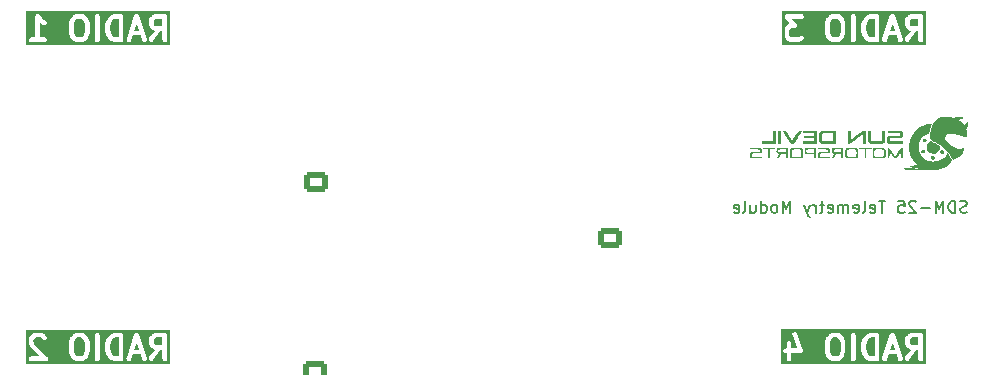
<source format=gbo>
G04 #@! TF.GenerationSoftware,KiCad,Pcbnew,9.0.0*
G04 #@! TF.CreationDate,2025-03-19T00:34:01-07:00*
G04 #@! TF.ProjectId,Telemetry_STM32_V3,54656c65-6d65-4747-9279-5f53544d3332,rev?*
G04 #@! TF.SameCoordinates,Original*
G04 #@! TF.FileFunction,Legend,Bot*
G04 #@! TF.FilePolarity,Positive*
%FSLAX46Y46*%
G04 Gerber Fmt 4.6, Leading zero omitted, Abs format (unit mm)*
G04 Created by KiCad (PCBNEW 9.0.0) date 2025-03-19 00:34:01*
%MOMM*%
%LPD*%
G01*
G04 APERTURE LIST*
G04 Aperture macros list*
%AMRoundRect*
0 Rectangle with rounded corners*
0 $1 Rounding radius*
0 $2 $3 $4 $5 $6 $7 $8 $9 X,Y pos of 4 corners*
0 Add a 4 corners polygon primitive as box body*
4,1,4,$2,$3,$4,$5,$6,$7,$8,$9,$2,$3,0*
0 Add four circle primitives for the rounded corners*
1,1,$1+$1,$2,$3*
1,1,$1+$1,$4,$5*
1,1,$1+$1,$6,$7*
1,1,$1+$1,$8,$9*
0 Add four rect primitives between the rounded corners*
20,1,$1+$1,$2,$3,$4,$5,0*
20,1,$1+$1,$4,$5,$6,$7,0*
20,1,$1+$1,$6,$7,$8,$9,0*
20,1,$1+$1,$8,$9,$2,$3,0*%
G04 Aperture macros list end*
%ADD10C,0.400000*%
%ADD11C,0.200000*%
%ADD12C,0.000000*%
%ADD13RoundRect,0.250000X0.750000X-0.600000X0.750000X0.600000X-0.750000X0.600000X-0.750000X-0.600000X0*%
%ADD14O,2.000000X1.700000*%
%ADD15C,1.810000*%
%ADD16C,3.200000*%
%ADD17R,1.700000X1.700000*%
%ADD18O,1.700000X1.700000*%
%ADD19O,1.200000X1.900000*%
%ADD20C,1.450000*%
%ADD21RoundRect,0.250000X-0.750000X0.600000X-0.750000X-0.600000X0.750000X-0.600000X0.750000X0.600000X0*%
%ADD22C,0.990600*%
%ADD23RoundRect,0.250000X0.725000X-0.600000X0.725000X0.600000X-0.725000X0.600000X-0.725000X-0.600000X0*%
%ADD24O,1.950000X1.700000*%
G04 APERTURE END LIST*
D10*
G36*
X181285038Y-124994047D02*
G01*
X181413391Y-125122401D01*
X181489223Y-125425727D01*
X181489223Y-126043148D01*
X181413391Y-126346473D01*
X181285036Y-126474829D01*
X181165820Y-126534438D01*
X180879293Y-126534438D01*
X180760075Y-126474829D01*
X180631720Y-126346472D01*
X180555890Y-126043148D01*
X180555890Y-125425726D01*
X180631720Y-125122401D01*
X180760076Y-124994046D01*
X180879293Y-124934438D01*
X181165820Y-124934438D01*
X181285038Y-124994047D01*
G37*
G36*
X184346366Y-126534438D02*
G01*
X184102632Y-126534438D01*
X183892496Y-126464393D01*
X183758356Y-126330251D01*
X183687450Y-126188440D01*
X183603509Y-125852672D01*
X183603509Y-125616202D01*
X183687450Y-125280434D01*
X183758356Y-125138622D01*
X183892497Y-125004482D01*
X184102632Y-124934438D01*
X184346366Y-124934438D01*
X184346366Y-126534438D01*
G37*
G36*
X188060652Y-125582057D02*
G01*
X187545960Y-125582057D01*
X187426742Y-125522448D01*
X187377404Y-125473108D01*
X187317795Y-125353890D01*
X187317795Y-125162603D01*
X187377404Y-125043384D01*
X187426742Y-124994047D01*
X187545960Y-124934438D01*
X188060652Y-124934438D01*
X188060652Y-125582057D01*
G37*
G36*
X186078404Y-125963009D02*
G01*
X185680995Y-125963009D01*
X185879699Y-125366894D01*
X186078404Y-125963009D01*
G37*
G36*
X188682874Y-127156660D02*
G01*
X176413701Y-127156660D01*
X176413701Y-126028753D01*
X176635923Y-126028753D01*
X176635923Y-126106789D01*
X176665786Y-126178885D01*
X176720966Y-126234065D01*
X176793062Y-126263928D01*
X176832080Y-126267771D01*
X176917794Y-126267771D01*
X176917794Y-126734438D01*
X176921637Y-126773456D01*
X176951500Y-126845552D01*
X177006680Y-126900732D01*
X177078776Y-126930595D01*
X177156812Y-126930595D01*
X177228908Y-126900732D01*
X177284088Y-126845552D01*
X177313951Y-126773456D01*
X177317794Y-126734438D01*
X177317794Y-126267771D01*
X178070175Y-126267771D01*
X178089924Y-126265825D01*
X178095190Y-126266200D01*
X178098991Y-126264932D01*
X178109193Y-126263928D01*
X178138813Y-126251658D01*
X178169221Y-126241523D01*
X178174649Y-126236815D01*
X178181289Y-126234065D01*
X178203956Y-126211397D01*
X178228174Y-126190394D01*
X178231388Y-126183966D01*
X178236469Y-126178885D01*
X178248735Y-126149271D01*
X178263073Y-126120596D01*
X178263582Y-126113427D01*
X178266332Y-126106789D01*
X178266332Y-126074731D01*
X178268604Y-126042757D01*
X178266332Y-126032763D01*
X178266332Y-126028753D01*
X178264310Y-126023872D01*
X178259912Y-126004526D01*
X178058772Y-125401104D01*
X180155890Y-125401104D01*
X180155890Y-126067771D01*
X180156560Y-126074579D01*
X180156127Y-126077493D01*
X180158285Y-126092094D01*
X180159733Y-126106789D01*
X180160860Y-126109511D01*
X180161861Y-126116278D01*
X180257099Y-126497230D01*
X180270291Y-126534151D01*
X180279143Y-126546098D01*
X180284834Y-126559837D01*
X180309706Y-126590144D01*
X180500182Y-126780621D01*
X180515520Y-126793208D01*
X180518981Y-126797199D01*
X180524997Y-126800986D01*
X180530489Y-126805493D01*
X180535367Y-126807513D01*
X180552161Y-126818085D01*
X180742638Y-126913324D01*
X180779255Y-126927336D01*
X180786424Y-126927845D01*
X180793062Y-126930595D01*
X180832080Y-126934438D01*
X181213033Y-126934438D01*
X181252051Y-126930595D01*
X181258688Y-126927845D01*
X181265858Y-126927336D01*
X181302476Y-126913323D01*
X181492952Y-126818085D01*
X181509743Y-126807515D01*
X181514623Y-126805494D01*
X181520116Y-126800985D01*
X181526132Y-126797199D01*
X181529592Y-126793208D01*
X181544931Y-126780621D01*
X181735406Y-126590144D01*
X181760279Y-126559837D01*
X181765969Y-126546098D01*
X181774822Y-126534151D01*
X181788014Y-126497230D01*
X181883251Y-126116278D01*
X181884251Y-126109514D01*
X181885380Y-126106789D01*
X181886828Y-126092086D01*
X181888986Y-126077493D01*
X181888552Y-126074579D01*
X181889223Y-126067771D01*
X181889223Y-125401104D01*
X181888552Y-125394295D01*
X181888986Y-125391382D01*
X181886828Y-125376788D01*
X181885380Y-125362086D01*
X181884251Y-125359360D01*
X181883251Y-125352597D01*
X181788014Y-124971645D01*
X181774822Y-124934724D01*
X181765969Y-124922776D01*
X181760279Y-124909038D01*
X181735407Y-124878731D01*
X181591113Y-124734438D01*
X182346366Y-124734438D01*
X182346366Y-126734438D01*
X182350209Y-126773456D01*
X182380072Y-126845552D01*
X182435252Y-126900732D01*
X182507348Y-126930595D01*
X182585384Y-126930595D01*
X182657480Y-126900732D01*
X182712660Y-126845552D01*
X182742523Y-126773456D01*
X182746366Y-126734438D01*
X182746366Y-125591580D01*
X183203509Y-125591580D01*
X183203509Y-125877295D01*
X183204179Y-125884103D01*
X183203746Y-125887017D01*
X183205904Y-125901618D01*
X183207352Y-125916313D01*
X183208479Y-125919035D01*
X183209480Y-125925802D01*
X183304718Y-126306754D01*
X183305746Y-126309633D01*
X183305849Y-126311072D01*
X183312059Y-126327300D01*
X183317910Y-126343675D01*
X183318769Y-126344834D01*
X183319862Y-126347690D01*
X183415100Y-126538166D01*
X183425669Y-126554957D01*
X183427691Y-126559837D01*
X183432199Y-126565330D01*
X183435986Y-126571346D01*
X183439976Y-126574806D01*
X183452563Y-126590144D01*
X183643039Y-126780621D01*
X183673346Y-126805493D01*
X183679985Y-126808243D01*
X183685415Y-126812952D01*
X183721216Y-126828937D01*
X184006931Y-126924175D01*
X184026277Y-126928573D01*
X184031158Y-126930595D01*
X184038234Y-126931291D01*
X184045162Y-126932867D01*
X184050427Y-126932492D01*
X184070176Y-126934438D01*
X184546366Y-126934438D01*
X184585384Y-126930595D01*
X184657480Y-126900732D01*
X184712660Y-126845552D01*
X184742523Y-126773456D01*
X184746366Y-126734438D01*
X184746366Y-126709423D01*
X185014604Y-126709423D01*
X185020135Y-126787263D01*
X185055034Y-126857061D01*
X185113987Y-126908190D01*
X185188018Y-126932867D01*
X185265858Y-126927336D01*
X185335656Y-126892437D01*
X185386785Y-126833484D01*
X185402770Y-126797684D01*
X185547662Y-126363009D01*
X186211738Y-126363009D01*
X186356629Y-126797684D01*
X186372614Y-126833484D01*
X186423743Y-126892437D01*
X186493541Y-126927336D01*
X186571381Y-126932868D01*
X186645412Y-126908190D01*
X186704365Y-126857061D01*
X186739264Y-126787263D01*
X186744795Y-126709424D01*
X186736103Y-126671193D01*
X186217503Y-125115390D01*
X186917795Y-125115390D01*
X186917795Y-125401104D01*
X186921638Y-125440122D01*
X186924387Y-125446759D01*
X186924897Y-125453929D01*
X186938910Y-125490547D01*
X187034148Y-125681023D01*
X187044719Y-125697816D01*
X187046739Y-125702693D01*
X187051245Y-125708184D01*
X187055034Y-125714203D01*
X187059025Y-125717664D01*
X187071611Y-125733001D01*
X187166849Y-125828240D01*
X187182188Y-125840829D01*
X187185648Y-125844818D01*
X187191659Y-125848602D01*
X187197156Y-125853113D01*
X187202038Y-125855135D01*
X187218828Y-125865704D01*
X187409305Y-125960943D01*
X187413883Y-125962695D01*
X186953949Y-126619745D01*
X186934722Y-126653914D01*
X186917842Y-126730103D01*
X186931404Y-126806952D01*
X186973342Y-126872761D01*
X187037271Y-126917511D01*
X187113460Y-126934391D01*
X187190309Y-126920829D01*
X187256118Y-126878891D01*
X187281641Y-126849131D01*
X187888593Y-125982057D01*
X188060652Y-125982057D01*
X188060652Y-126734438D01*
X188064495Y-126773456D01*
X188094358Y-126845552D01*
X188149538Y-126900732D01*
X188221634Y-126930595D01*
X188299670Y-126930595D01*
X188371766Y-126900732D01*
X188426946Y-126845552D01*
X188456809Y-126773456D01*
X188460652Y-126734438D01*
X188460652Y-124734438D01*
X188456809Y-124695420D01*
X188426946Y-124623324D01*
X188371766Y-124568144D01*
X188299670Y-124538281D01*
X188260652Y-124534438D01*
X187498747Y-124534438D01*
X187459729Y-124538281D01*
X187453091Y-124541030D01*
X187445922Y-124541540D01*
X187409305Y-124555552D01*
X187218828Y-124650791D01*
X187202036Y-124661360D01*
X187197157Y-124663382D01*
X187191664Y-124667889D01*
X187185648Y-124671677D01*
X187182186Y-124675668D01*
X187166850Y-124688255D01*
X187071612Y-124783493D01*
X187059025Y-124798828D01*
X187055034Y-124802291D01*
X187051246Y-124808307D01*
X187046739Y-124813800D01*
X187044717Y-124818679D01*
X187034148Y-124835471D01*
X186938910Y-125025947D01*
X186924897Y-125062565D01*
X186924387Y-125069734D01*
X186921638Y-125076372D01*
X186917795Y-125115390D01*
X186217503Y-125115390D01*
X186069437Y-124671193D01*
X186053452Y-124635392D01*
X186044090Y-124624597D01*
X186037699Y-124611815D01*
X186018753Y-124595384D01*
X186002323Y-124576439D01*
X185989540Y-124570047D01*
X185978746Y-124560686D01*
X185954959Y-124552757D01*
X185932525Y-124541540D01*
X185918269Y-124540527D01*
X185904715Y-124536009D01*
X185879702Y-124537786D01*
X185854685Y-124536009D01*
X185841127Y-124540528D01*
X185826875Y-124541541D01*
X185804445Y-124552755D01*
X185780654Y-124560686D01*
X185769859Y-124570047D01*
X185757077Y-124576439D01*
X185740646Y-124595384D01*
X185721701Y-124611815D01*
X185715309Y-124624597D01*
X185705948Y-124635392D01*
X185689963Y-124671193D01*
X185023296Y-126671192D01*
X185014604Y-126709423D01*
X184746366Y-126709423D01*
X184746366Y-124734438D01*
X184742523Y-124695420D01*
X184712660Y-124623324D01*
X184657480Y-124568144D01*
X184585384Y-124538281D01*
X184546366Y-124534438D01*
X184070176Y-124534438D01*
X184050427Y-124536383D01*
X184045162Y-124536009D01*
X184038234Y-124537584D01*
X184031158Y-124538281D01*
X184026277Y-124540302D01*
X184006931Y-124544701D01*
X183721216Y-124639939D01*
X183685415Y-124655924D01*
X183679986Y-124660631D01*
X183673347Y-124663382D01*
X183643040Y-124688254D01*
X183452564Y-124878731D01*
X183439977Y-124894066D01*
X183435986Y-124897529D01*
X183432198Y-124903545D01*
X183427691Y-124909038D01*
X183425669Y-124913917D01*
X183415100Y-124930709D01*
X183319862Y-125121185D01*
X183318769Y-125124040D01*
X183317910Y-125125200D01*
X183312059Y-125141574D01*
X183305849Y-125157803D01*
X183305746Y-125159241D01*
X183304718Y-125162121D01*
X183209480Y-125543073D01*
X183208479Y-125549839D01*
X183207352Y-125552562D01*
X183205904Y-125567256D01*
X183203746Y-125581858D01*
X183204179Y-125584771D01*
X183203509Y-125591580D01*
X182746366Y-125591580D01*
X182746366Y-124734438D01*
X182742523Y-124695420D01*
X182712660Y-124623324D01*
X182657480Y-124568144D01*
X182585384Y-124538281D01*
X182507348Y-124538281D01*
X182435252Y-124568144D01*
X182380072Y-124623324D01*
X182350209Y-124695420D01*
X182346366Y-124734438D01*
X181591113Y-124734438D01*
X181544930Y-124688255D01*
X181529594Y-124675668D01*
X181526132Y-124671677D01*
X181520115Y-124667889D01*
X181514623Y-124663382D01*
X181509743Y-124661360D01*
X181492952Y-124650791D01*
X181302476Y-124555553D01*
X181265858Y-124541540D01*
X181258688Y-124541030D01*
X181252051Y-124538281D01*
X181213033Y-124534438D01*
X180832080Y-124534438D01*
X180793062Y-124538281D01*
X180786424Y-124541030D01*
X180779255Y-124541540D01*
X180742638Y-124555552D01*
X180552161Y-124650791D01*
X180535369Y-124661360D01*
X180530490Y-124663382D01*
X180524996Y-124667890D01*
X180518981Y-124671677D01*
X180515520Y-124675666D01*
X180500183Y-124688254D01*
X180309707Y-124878731D01*
X180284834Y-124909038D01*
X180279143Y-124922776D01*
X180270291Y-124934724D01*
X180257099Y-124971645D01*
X180161861Y-125352597D01*
X180160860Y-125359363D01*
X180159733Y-125362086D01*
X180158285Y-125376780D01*
X180156127Y-125391382D01*
X180156560Y-125394295D01*
X180155890Y-125401104D01*
X178058772Y-125401104D01*
X177783722Y-124575954D01*
X177767737Y-124540154D01*
X177716608Y-124481201D01*
X177646810Y-124446302D01*
X177568970Y-124440771D01*
X177494939Y-124465448D01*
X177435986Y-124516577D01*
X177401087Y-124586375D01*
X177395556Y-124664215D01*
X177404248Y-124702446D01*
X177792689Y-125867771D01*
X177317794Y-125867771D01*
X177317794Y-125401104D01*
X177313951Y-125362086D01*
X177284088Y-125289990D01*
X177228908Y-125234810D01*
X177156812Y-125204947D01*
X177078776Y-125204947D01*
X177006680Y-125234810D01*
X176951500Y-125289990D01*
X176921637Y-125362086D01*
X176917794Y-125401104D01*
X176917794Y-125867771D01*
X176832080Y-125867771D01*
X176793062Y-125871614D01*
X176720966Y-125901477D01*
X176665786Y-125956657D01*
X176635923Y-126028753D01*
X176413701Y-126028753D01*
X176413701Y-124218549D01*
X188682874Y-124218549D01*
X188682874Y-127156660D01*
G37*
D11*
X192177945Y-114319600D02*
X192035088Y-114367219D01*
X192035088Y-114367219D02*
X191796993Y-114367219D01*
X191796993Y-114367219D02*
X191701755Y-114319600D01*
X191701755Y-114319600D02*
X191654136Y-114271980D01*
X191654136Y-114271980D02*
X191606517Y-114176742D01*
X191606517Y-114176742D02*
X191606517Y-114081504D01*
X191606517Y-114081504D02*
X191654136Y-113986266D01*
X191654136Y-113986266D02*
X191701755Y-113938647D01*
X191701755Y-113938647D02*
X191796993Y-113891028D01*
X191796993Y-113891028D02*
X191987469Y-113843409D01*
X191987469Y-113843409D02*
X192082707Y-113795790D01*
X192082707Y-113795790D02*
X192130326Y-113748171D01*
X192130326Y-113748171D02*
X192177945Y-113652933D01*
X192177945Y-113652933D02*
X192177945Y-113557695D01*
X192177945Y-113557695D02*
X192130326Y-113462457D01*
X192130326Y-113462457D02*
X192082707Y-113414838D01*
X192082707Y-113414838D02*
X191987469Y-113367219D01*
X191987469Y-113367219D02*
X191749374Y-113367219D01*
X191749374Y-113367219D02*
X191606517Y-113414838D01*
X191177945Y-114367219D02*
X191177945Y-113367219D01*
X191177945Y-113367219D02*
X190939850Y-113367219D01*
X190939850Y-113367219D02*
X190796993Y-113414838D01*
X190796993Y-113414838D02*
X190701755Y-113510076D01*
X190701755Y-113510076D02*
X190654136Y-113605314D01*
X190654136Y-113605314D02*
X190606517Y-113795790D01*
X190606517Y-113795790D02*
X190606517Y-113938647D01*
X190606517Y-113938647D02*
X190654136Y-114129123D01*
X190654136Y-114129123D02*
X190701755Y-114224361D01*
X190701755Y-114224361D02*
X190796993Y-114319600D01*
X190796993Y-114319600D02*
X190939850Y-114367219D01*
X190939850Y-114367219D02*
X191177945Y-114367219D01*
X190177945Y-114367219D02*
X190177945Y-113367219D01*
X190177945Y-113367219D02*
X189844612Y-114081504D01*
X189844612Y-114081504D02*
X189511279Y-113367219D01*
X189511279Y-113367219D02*
X189511279Y-114367219D01*
X189035088Y-113986266D02*
X188273184Y-113986266D01*
X187844612Y-113462457D02*
X187796993Y-113414838D01*
X187796993Y-113414838D02*
X187701755Y-113367219D01*
X187701755Y-113367219D02*
X187463660Y-113367219D01*
X187463660Y-113367219D02*
X187368422Y-113414838D01*
X187368422Y-113414838D02*
X187320803Y-113462457D01*
X187320803Y-113462457D02*
X187273184Y-113557695D01*
X187273184Y-113557695D02*
X187273184Y-113652933D01*
X187273184Y-113652933D02*
X187320803Y-113795790D01*
X187320803Y-113795790D02*
X187892231Y-114367219D01*
X187892231Y-114367219D02*
X187273184Y-114367219D01*
X186368422Y-113367219D02*
X186844612Y-113367219D01*
X186844612Y-113367219D02*
X186892231Y-113843409D01*
X186892231Y-113843409D02*
X186844612Y-113795790D01*
X186844612Y-113795790D02*
X186749374Y-113748171D01*
X186749374Y-113748171D02*
X186511279Y-113748171D01*
X186511279Y-113748171D02*
X186416041Y-113795790D01*
X186416041Y-113795790D02*
X186368422Y-113843409D01*
X186368422Y-113843409D02*
X186320803Y-113938647D01*
X186320803Y-113938647D02*
X186320803Y-114176742D01*
X186320803Y-114176742D02*
X186368422Y-114271980D01*
X186368422Y-114271980D02*
X186416041Y-114319600D01*
X186416041Y-114319600D02*
X186511279Y-114367219D01*
X186511279Y-114367219D02*
X186749374Y-114367219D01*
X186749374Y-114367219D02*
X186844612Y-114319600D01*
X186844612Y-114319600D02*
X186892231Y-114271980D01*
X185273183Y-113367219D02*
X184701755Y-113367219D01*
X184987469Y-114367219D02*
X184987469Y-113367219D01*
X183987469Y-114319600D02*
X184082707Y-114367219D01*
X184082707Y-114367219D02*
X184273183Y-114367219D01*
X184273183Y-114367219D02*
X184368421Y-114319600D01*
X184368421Y-114319600D02*
X184416040Y-114224361D01*
X184416040Y-114224361D02*
X184416040Y-113843409D01*
X184416040Y-113843409D02*
X184368421Y-113748171D01*
X184368421Y-113748171D02*
X184273183Y-113700552D01*
X184273183Y-113700552D02*
X184082707Y-113700552D01*
X184082707Y-113700552D02*
X183987469Y-113748171D01*
X183987469Y-113748171D02*
X183939850Y-113843409D01*
X183939850Y-113843409D02*
X183939850Y-113938647D01*
X183939850Y-113938647D02*
X184416040Y-114033885D01*
X183368421Y-114367219D02*
X183463659Y-114319600D01*
X183463659Y-114319600D02*
X183511278Y-114224361D01*
X183511278Y-114224361D02*
X183511278Y-113367219D01*
X182606516Y-114319600D02*
X182701754Y-114367219D01*
X182701754Y-114367219D02*
X182892230Y-114367219D01*
X182892230Y-114367219D02*
X182987468Y-114319600D01*
X182987468Y-114319600D02*
X183035087Y-114224361D01*
X183035087Y-114224361D02*
X183035087Y-113843409D01*
X183035087Y-113843409D02*
X182987468Y-113748171D01*
X182987468Y-113748171D02*
X182892230Y-113700552D01*
X182892230Y-113700552D02*
X182701754Y-113700552D01*
X182701754Y-113700552D02*
X182606516Y-113748171D01*
X182606516Y-113748171D02*
X182558897Y-113843409D01*
X182558897Y-113843409D02*
X182558897Y-113938647D01*
X182558897Y-113938647D02*
X183035087Y-114033885D01*
X182130325Y-114367219D02*
X182130325Y-113700552D01*
X182130325Y-113795790D02*
X182082706Y-113748171D01*
X182082706Y-113748171D02*
X181987468Y-113700552D01*
X181987468Y-113700552D02*
X181844611Y-113700552D01*
X181844611Y-113700552D02*
X181749373Y-113748171D01*
X181749373Y-113748171D02*
X181701754Y-113843409D01*
X181701754Y-113843409D02*
X181701754Y-114367219D01*
X181701754Y-113843409D02*
X181654135Y-113748171D01*
X181654135Y-113748171D02*
X181558897Y-113700552D01*
X181558897Y-113700552D02*
X181416040Y-113700552D01*
X181416040Y-113700552D02*
X181320801Y-113748171D01*
X181320801Y-113748171D02*
X181273182Y-113843409D01*
X181273182Y-113843409D02*
X181273182Y-114367219D01*
X180416040Y-114319600D02*
X180511278Y-114367219D01*
X180511278Y-114367219D02*
X180701754Y-114367219D01*
X180701754Y-114367219D02*
X180796992Y-114319600D01*
X180796992Y-114319600D02*
X180844611Y-114224361D01*
X180844611Y-114224361D02*
X180844611Y-113843409D01*
X180844611Y-113843409D02*
X180796992Y-113748171D01*
X180796992Y-113748171D02*
X180701754Y-113700552D01*
X180701754Y-113700552D02*
X180511278Y-113700552D01*
X180511278Y-113700552D02*
X180416040Y-113748171D01*
X180416040Y-113748171D02*
X180368421Y-113843409D01*
X180368421Y-113843409D02*
X180368421Y-113938647D01*
X180368421Y-113938647D02*
X180844611Y-114033885D01*
X180082706Y-113700552D02*
X179701754Y-113700552D01*
X179939849Y-113367219D02*
X179939849Y-114224361D01*
X179939849Y-114224361D02*
X179892230Y-114319600D01*
X179892230Y-114319600D02*
X179796992Y-114367219D01*
X179796992Y-114367219D02*
X179701754Y-114367219D01*
X179368420Y-114367219D02*
X179368420Y-113700552D01*
X179368420Y-113891028D02*
X179320801Y-113795790D01*
X179320801Y-113795790D02*
X179273182Y-113748171D01*
X179273182Y-113748171D02*
X179177944Y-113700552D01*
X179177944Y-113700552D02*
X179082706Y-113700552D01*
X178844610Y-113700552D02*
X178606515Y-114367219D01*
X178368420Y-113700552D02*
X178606515Y-114367219D01*
X178606515Y-114367219D02*
X178701753Y-114605314D01*
X178701753Y-114605314D02*
X178749372Y-114652933D01*
X178749372Y-114652933D02*
X178844610Y-114700552D01*
X177225562Y-114367219D02*
X177225562Y-113367219D01*
X177225562Y-113367219D02*
X176892229Y-114081504D01*
X176892229Y-114081504D02*
X176558896Y-113367219D01*
X176558896Y-113367219D02*
X176558896Y-114367219D01*
X175939848Y-114367219D02*
X176035086Y-114319600D01*
X176035086Y-114319600D02*
X176082705Y-114271980D01*
X176082705Y-114271980D02*
X176130324Y-114176742D01*
X176130324Y-114176742D02*
X176130324Y-113891028D01*
X176130324Y-113891028D02*
X176082705Y-113795790D01*
X176082705Y-113795790D02*
X176035086Y-113748171D01*
X176035086Y-113748171D02*
X175939848Y-113700552D01*
X175939848Y-113700552D02*
X175796991Y-113700552D01*
X175796991Y-113700552D02*
X175701753Y-113748171D01*
X175701753Y-113748171D02*
X175654134Y-113795790D01*
X175654134Y-113795790D02*
X175606515Y-113891028D01*
X175606515Y-113891028D02*
X175606515Y-114176742D01*
X175606515Y-114176742D02*
X175654134Y-114271980D01*
X175654134Y-114271980D02*
X175701753Y-114319600D01*
X175701753Y-114319600D02*
X175796991Y-114367219D01*
X175796991Y-114367219D02*
X175939848Y-114367219D01*
X174749372Y-114367219D02*
X174749372Y-113367219D01*
X174749372Y-114319600D02*
X174844610Y-114367219D01*
X174844610Y-114367219D02*
X175035086Y-114367219D01*
X175035086Y-114367219D02*
X175130324Y-114319600D01*
X175130324Y-114319600D02*
X175177943Y-114271980D01*
X175177943Y-114271980D02*
X175225562Y-114176742D01*
X175225562Y-114176742D02*
X175225562Y-113891028D01*
X175225562Y-113891028D02*
X175177943Y-113795790D01*
X175177943Y-113795790D02*
X175130324Y-113748171D01*
X175130324Y-113748171D02*
X175035086Y-113700552D01*
X175035086Y-113700552D02*
X174844610Y-113700552D01*
X174844610Y-113700552D02*
X174749372Y-113748171D01*
X173844610Y-113700552D02*
X173844610Y-114367219D01*
X174273181Y-113700552D02*
X174273181Y-114224361D01*
X174273181Y-114224361D02*
X174225562Y-114319600D01*
X174225562Y-114319600D02*
X174130324Y-114367219D01*
X174130324Y-114367219D02*
X173987467Y-114367219D01*
X173987467Y-114367219D02*
X173892229Y-114319600D01*
X173892229Y-114319600D02*
X173844610Y-114271980D01*
X173225562Y-114367219D02*
X173320800Y-114319600D01*
X173320800Y-114319600D02*
X173368419Y-114224361D01*
X173368419Y-114224361D02*
X173368419Y-113367219D01*
X172463657Y-114319600D02*
X172558895Y-114367219D01*
X172558895Y-114367219D02*
X172749371Y-114367219D01*
X172749371Y-114367219D02*
X172844609Y-114319600D01*
X172844609Y-114319600D02*
X172892228Y-114224361D01*
X172892228Y-114224361D02*
X172892228Y-113843409D01*
X172892228Y-113843409D02*
X172844609Y-113748171D01*
X172844609Y-113748171D02*
X172749371Y-113700552D01*
X172749371Y-113700552D02*
X172558895Y-113700552D01*
X172558895Y-113700552D02*
X172463657Y-113748171D01*
X172463657Y-113748171D02*
X172416038Y-113843409D01*
X172416038Y-113843409D02*
X172416038Y-113938647D01*
X172416038Y-113938647D02*
X172892228Y-114033885D01*
D10*
G36*
X117285038Y-124994047D02*
G01*
X117413391Y-125122401D01*
X117489223Y-125425727D01*
X117489223Y-126043148D01*
X117413391Y-126346473D01*
X117285036Y-126474829D01*
X117165820Y-126534438D01*
X116879293Y-126534438D01*
X116760075Y-126474829D01*
X116631720Y-126346472D01*
X116555890Y-126043148D01*
X116555890Y-125425726D01*
X116631720Y-125122401D01*
X116760076Y-124994046D01*
X116879293Y-124934438D01*
X117165820Y-124934438D01*
X117285038Y-124994047D01*
G37*
G36*
X120346366Y-126534438D02*
G01*
X120102632Y-126534438D01*
X119892496Y-126464393D01*
X119758356Y-126330251D01*
X119687450Y-126188440D01*
X119603509Y-125852672D01*
X119603509Y-125616202D01*
X119687450Y-125280434D01*
X119758356Y-125138622D01*
X119892497Y-125004482D01*
X120102632Y-124934438D01*
X120346366Y-124934438D01*
X120346366Y-126534438D01*
G37*
G36*
X124060652Y-125582057D02*
G01*
X123545960Y-125582057D01*
X123426742Y-125522448D01*
X123377404Y-125473108D01*
X123317795Y-125353890D01*
X123317795Y-125162603D01*
X123377404Y-125043384D01*
X123426742Y-124994047D01*
X123545960Y-124934438D01*
X124060652Y-124934438D01*
X124060652Y-125582057D01*
G37*
G36*
X122078404Y-125963009D02*
G01*
X121680995Y-125963009D01*
X121879699Y-125366894D01*
X122078404Y-125963009D01*
G37*
G36*
X124682874Y-127156660D02*
G01*
X112505096Y-127156660D01*
X112505096Y-125115390D01*
X112727318Y-125115390D01*
X112727318Y-125305866D01*
X112729263Y-125325615D01*
X112728889Y-125330881D01*
X112730464Y-125337809D01*
X112731161Y-125344884D01*
X112733181Y-125349762D01*
X112737581Y-125369112D01*
X112832819Y-125654826D01*
X112848804Y-125690626D01*
X112853511Y-125696054D01*
X112856262Y-125702694D01*
X112881135Y-125733001D01*
X113682571Y-126534438D01*
X112927318Y-126534438D01*
X112888300Y-126538281D01*
X112816204Y-126568144D01*
X112761024Y-126623324D01*
X112731161Y-126695420D01*
X112731161Y-126773456D01*
X112761024Y-126845552D01*
X112816204Y-126900732D01*
X112888300Y-126930595D01*
X112927318Y-126934438D01*
X114165413Y-126934438D01*
X114204431Y-126930595D01*
X114276527Y-126900732D01*
X114331707Y-126845552D01*
X114347696Y-126806952D01*
X114361570Y-126773457D01*
X114361570Y-126695420D01*
X114331707Y-126623324D01*
X114306835Y-126593017D01*
X113197363Y-125483545D01*
X113169883Y-125401104D01*
X116155890Y-125401104D01*
X116155890Y-126067771D01*
X116156560Y-126074579D01*
X116156127Y-126077493D01*
X116158285Y-126092094D01*
X116159733Y-126106789D01*
X116160860Y-126109511D01*
X116161861Y-126116278D01*
X116257099Y-126497230D01*
X116270291Y-126534151D01*
X116279143Y-126546098D01*
X116284834Y-126559837D01*
X116309706Y-126590144D01*
X116500182Y-126780621D01*
X116515520Y-126793208D01*
X116518981Y-126797199D01*
X116524997Y-126800986D01*
X116530489Y-126805493D01*
X116535367Y-126807513D01*
X116552161Y-126818085D01*
X116742638Y-126913324D01*
X116779255Y-126927336D01*
X116786424Y-126927845D01*
X116793062Y-126930595D01*
X116832080Y-126934438D01*
X117213033Y-126934438D01*
X117252051Y-126930595D01*
X117258688Y-126927845D01*
X117265858Y-126927336D01*
X117302476Y-126913323D01*
X117492952Y-126818085D01*
X117509743Y-126807515D01*
X117514623Y-126805494D01*
X117520116Y-126800985D01*
X117526132Y-126797199D01*
X117529592Y-126793208D01*
X117544931Y-126780621D01*
X117735406Y-126590144D01*
X117760279Y-126559837D01*
X117765969Y-126546098D01*
X117774822Y-126534151D01*
X117788014Y-126497230D01*
X117883251Y-126116278D01*
X117884251Y-126109514D01*
X117885380Y-126106789D01*
X117886828Y-126092086D01*
X117888986Y-126077493D01*
X117888552Y-126074579D01*
X117889223Y-126067771D01*
X117889223Y-125401104D01*
X117888552Y-125394295D01*
X117888986Y-125391382D01*
X117886828Y-125376788D01*
X117885380Y-125362086D01*
X117884251Y-125359360D01*
X117883251Y-125352597D01*
X117788014Y-124971645D01*
X117774822Y-124934724D01*
X117765969Y-124922776D01*
X117760279Y-124909038D01*
X117735407Y-124878731D01*
X117591113Y-124734438D01*
X118346366Y-124734438D01*
X118346366Y-126734438D01*
X118350209Y-126773456D01*
X118380072Y-126845552D01*
X118435252Y-126900732D01*
X118507348Y-126930595D01*
X118585384Y-126930595D01*
X118657480Y-126900732D01*
X118712660Y-126845552D01*
X118742523Y-126773456D01*
X118746366Y-126734438D01*
X118746366Y-125591580D01*
X119203509Y-125591580D01*
X119203509Y-125877295D01*
X119204179Y-125884103D01*
X119203746Y-125887017D01*
X119205904Y-125901618D01*
X119207352Y-125916313D01*
X119208479Y-125919035D01*
X119209480Y-125925802D01*
X119304718Y-126306754D01*
X119305746Y-126309633D01*
X119305849Y-126311072D01*
X119312059Y-126327300D01*
X119317910Y-126343675D01*
X119318769Y-126344834D01*
X119319862Y-126347690D01*
X119415100Y-126538166D01*
X119425669Y-126554957D01*
X119427691Y-126559837D01*
X119432199Y-126565330D01*
X119435986Y-126571346D01*
X119439976Y-126574806D01*
X119452563Y-126590144D01*
X119643039Y-126780621D01*
X119673346Y-126805493D01*
X119679985Y-126808243D01*
X119685415Y-126812952D01*
X119721216Y-126828937D01*
X120006931Y-126924175D01*
X120026277Y-126928573D01*
X120031158Y-126930595D01*
X120038234Y-126931291D01*
X120045162Y-126932867D01*
X120050427Y-126932492D01*
X120070176Y-126934438D01*
X120546366Y-126934438D01*
X120585384Y-126930595D01*
X120657480Y-126900732D01*
X120712660Y-126845552D01*
X120742523Y-126773456D01*
X120746366Y-126734438D01*
X120746366Y-126709423D01*
X121014604Y-126709423D01*
X121020135Y-126787263D01*
X121055034Y-126857061D01*
X121113987Y-126908190D01*
X121188018Y-126932867D01*
X121265858Y-126927336D01*
X121335656Y-126892437D01*
X121386785Y-126833484D01*
X121402770Y-126797684D01*
X121547662Y-126363009D01*
X122211738Y-126363009D01*
X122356629Y-126797684D01*
X122372614Y-126833484D01*
X122423743Y-126892437D01*
X122493541Y-126927336D01*
X122571381Y-126932868D01*
X122645412Y-126908190D01*
X122704365Y-126857061D01*
X122739264Y-126787263D01*
X122744795Y-126709424D01*
X122736103Y-126671193D01*
X122217503Y-125115390D01*
X122917795Y-125115390D01*
X122917795Y-125401104D01*
X122921638Y-125440122D01*
X122924387Y-125446759D01*
X122924897Y-125453929D01*
X122938910Y-125490547D01*
X123034148Y-125681023D01*
X123044719Y-125697816D01*
X123046739Y-125702693D01*
X123051245Y-125708184D01*
X123055034Y-125714203D01*
X123059025Y-125717664D01*
X123071611Y-125733001D01*
X123166849Y-125828240D01*
X123182188Y-125840829D01*
X123185648Y-125844818D01*
X123191659Y-125848602D01*
X123197156Y-125853113D01*
X123202038Y-125855135D01*
X123218828Y-125865704D01*
X123409305Y-125960943D01*
X123413883Y-125962695D01*
X122953949Y-126619745D01*
X122934722Y-126653914D01*
X122917842Y-126730103D01*
X122931404Y-126806952D01*
X122973342Y-126872761D01*
X123037271Y-126917511D01*
X123113460Y-126934391D01*
X123190309Y-126920829D01*
X123256118Y-126878891D01*
X123281641Y-126849131D01*
X123888593Y-125982057D01*
X124060652Y-125982057D01*
X124060652Y-126734438D01*
X124064495Y-126773456D01*
X124094358Y-126845552D01*
X124149538Y-126900732D01*
X124221634Y-126930595D01*
X124299670Y-126930595D01*
X124371766Y-126900732D01*
X124426946Y-126845552D01*
X124456809Y-126773456D01*
X124460652Y-126734438D01*
X124460652Y-124734438D01*
X124456809Y-124695420D01*
X124426946Y-124623324D01*
X124371766Y-124568144D01*
X124299670Y-124538281D01*
X124260652Y-124534438D01*
X123498747Y-124534438D01*
X123459729Y-124538281D01*
X123453091Y-124541030D01*
X123445922Y-124541540D01*
X123409305Y-124555552D01*
X123218828Y-124650791D01*
X123202036Y-124661360D01*
X123197157Y-124663382D01*
X123191664Y-124667889D01*
X123185648Y-124671677D01*
X123182186Y-124675668D01*
X123166850Y-124688255D01*
X123071612Y-124783493D01*
X123059025Y-124798828D01*
X123055034Y-124802291D01*
X123051246Y-124808307D01*
X123046739Y-124813800D01*
X123044717Y-124818679D01*
X123034148Y-124835471D01*
X122938910Y-125025947D01*
X122924897Y-125062565D01*
X122924387Y-125069734D01*
X122921638Y-125076372D01*
X122917795Y-125115390D01*
X122217503Y-125115390D01*
X122069437Y-124671193D01*
X122053452Y-124635392D01*
X122044090Y-124624597D01*
X122037699Y-124611815D01*
X122018753Y-124595384D01*
X122002323Y-124576439D01*
X121989540Y-124570047D01*
X121978746Y-124560686D01*
X121954959Y-124552757D01*
X121932525Y-124541540D01*
X121918269Y-124540527D01*
X121904715Y-124536009D01*
X121879702Y-124537786D01*
X121854685Y-124536009D01*
X121841127Y-124540528D01*
X121826875Y-124541541D01*
X121804445Y-124552755D01*
X121780654Y-124560686D01*
X121769859Y-124570047D01*
X121757077Y-124576439D01*
X121740646Y-124595384D01*
X121721701Y-124611815D01*
X121715309Y-124624597D01*
X121705948Y-124635392D01*
X121689963Y-124671193D01*
X121023296Y-126671192D01*
X121014604Y-126709423D01*
X120746366Y-126709423D01*
X120746366Y-124734438D01*
X120742523Y-124695420D01*
X120712660Y-124623324D01*
X120657480Y-124568144D01*
X120585384Y-124538281D01*
X120546366Y-124534438D01*
X120070176Y-124534438D01*
X120050427Y-124536383D01*
X120045162Y-124536009D01*
X120038234Y-124537584D01*
X120031158Y-124538281D01*
X120026277Y-124540302D01*
X120006931Y-124544701D01*
X119721216Y-124639939D01*
X119685415Y-124655924D01*
X119679986Y-124660631D01*
X119673347Y-124663382D01*
X119643040Y-124688254D01*
X119452564Y-124878731D01*
X119439977Y-124894066D01*
X119435986Y-124897529D01*
X119432198Y-124903545D01*
X119427691Y-124909038D01*
X119425669Y-124913917D01*
X119415100Y-124930709D01*
X119319862Y-125121185D01*
X119318769Y-125124040D01*
X119317910Y-125125200D01*
X119312059Y-125141574D01*
X119305849Y-125157803D01*
X119305746Y-125159241D01*
X119304718Y-125162121D01*
X119209480Y-125543073D01*
X119208479Y-125549839D01*
X119207352Y-125552562D01*
X119205904Y-125567256D01*
X119203746Y-125581858D01*
X119204179Y-125584771D01*
X119203509Y-125591580D01*
X118746366Y-125591580D01*
X118746366Y-124734438D01*
X118742523Y-124695420D01*
X118712660Y-124623324D01*
X118657480Y-124568144D01*
X118585384Y-124538281D01*
X118507348Y-124538281D01*
X118435252Y-124568144D01*
X118380072Y-124623324D01*
X118350209Y-124695420D01*
X118346366Y-124734438D01*
X117591113Y-124734438D01*
X117544930Y-124688255D01*
X117529594Y-124675668D01*
X117526132Y-124671677D01*
X117520115Y-124667889D01*
X117514623Y-124663382D01*
X117509743Y-124661360D01*
X117492952Y-124650791D01*
X117302476Y-124555553D01*
X117265858Y-124541540D01*
X117258688Y-124541030D01*
X117252051Y-124538281D01*
X117213033Y-124534438D01*
X116832080Y-124534438D01*
X116793062Y-124538281D01*
X116786424Y-124541030D01*
X116779255Y-124541540D01*
X116742638Y-124555552D01*
X116552161Y-124650791D01*
X116535369Y-124661360D01*
X116530490Y-124663382D01*
X116524996Y-124667890D01*
X116518981Y-124671677D01*
X116515520Y-124675666D01*
X116500183Y-124688254D01*
X116309707Y-124878731D01*
X116284834Y-124909038D01*
X116279143Y-124922776D01*
X116270291Y-124934724D01*
X116257099Y-124971645D01*
X116161861Y-125352597D01*
X116160860Y-125359363D01*
X116159733Y-125362086D01*
X116158285Y-125376780D01*
X116156127Y-125391382D01*
X116156560Y-125394295D01*
X116155890Y-125401104D01*
X113169883Y-125401104D01*
X113127318Y-125273409D01*
X113127318Y-125162603D01*
X113186927Y-125043384D01*
X113236265Y-124994047D01*
X113355483Y-124934438D01*
X113737248Y-124934438D01*
X113856466Y-124994047D01*
X113928754Y-125066335D01*
X113959061Y-125091208D01*
X114031157Y-125121071D01*
X114109193Y-125121071D01*
X114181289Y-125091208D01*
X114236469Y-125036028D01*
X114266332Y-124963932D01*
X114266332Y-124885896D01*
X114236469Y-124813800D01*
X114211596Y-124783493D01*
X114116358Y-124688255D01*
X114101022Y-124675668D01*
X114097560Y-124671677D01*
X114091543Y-124667889D01*
X114086051Y-124663382D01*
X114081171Y-124661360D01*
X114064380Y-124650791D01*
X113873904Y-124555553D01*
X113837286Y-124541540D01*
X113830116Y-124541030D01*
X113823479Y-124538281D01*
X113784461Y-124534438D01*
X113308270Y-124534438D01*
X113269252Y-124538281D01*
X113262614Y-124541030D01*
X113255445Y-124541540D01*
X113218828Y-124555552D01*
X113028351Y-124650791D01*
X113011559Y-124661360D01*
X113006680Y-124663382D01*
X113001187Y-124667889D01*
X112995171Y-124671677D01*
X112991709Y-124675668D01*
X112976373Y-124688255D01*
X112881135Y-124783493D01*
X112868548Y-124798828D01*
X112864557Y-124802291D01*
X112860769Y-124808307D01*
X112856262Y-124813800D01*
X112854240Y-124818679D01*
X112843671Y-124835471D01*
X112748433Y-125025947D01*
X112734420Y-125062565D01*
X112733910Y-125069734D01*
X112731161Y-125076372D01*
X112727318Y-125115390D01*
X112505096Y-125115390D01*
X112505096Y-124312216D01*
X124682874Y-124312216D01*
X124682874Y-127156660D01*
G37*
G36*
X117285038Y-97994047D02*
G01*
X117413391Y-98122401D01*
X117489223Y-98425727D01*
X117489223Y-99043148D01*
X117413391Y-99346473D01*
X117285036Y-99474829D01*
X117165820Y-99534438D01*
X116879293Y-99534438D01*
X116760075Y-99474829D01*
X116631720Y-99346472D01*
X116555890Y-99043148D01*
X116555890Y-98425726D01*
X116631720Y-98122401D01*
X116760076Y-97994046D01*
X116879293Y-97934438D01*
X117165820Y-97934438D01*
X117285038Y-97994047D01*
G37*
G36*
X120346366Y-99534438D02*
G01*
X120102632Y-99534438D01*
X119892496Y-99464393D01*
X119758356Y-99330251D01*
X119687450Y-99188440D01*
X119603509Y-98852672D01*
X119603509Y-98616202D01*
X119687450Y-98280434D01*
X119758356Y-98138622D01*
X119892497Y-98004482D01*
X120102632Y-97934438D01*
X120346366Y-97934438D01*
X120346366Y-99534438D01*
G37*
G36*
X124060652Y-98582057D02*
G01*
X123545960Y-98582057D01*
X123426742Y-98522448D01*
X123377404Y-98473108D01*
X123317795Y-98353890D01*
X123317795Y-98162603D01*
X123377404Y-98043384D01*
X123426742Y-97994047D01*
X123545960Y-97934438D01*
X124060652Y-97934438D01*
X124060652Y-98582057D01*
G37*
G36*
X122078404Y-98963009D02*
G01*
X121680995Y-98963009D01*
X121879699Y-98366894D01*
X122078404Y-98963009D01*
G37*
G36*
X124682874Y-100156660D02*
G01*
X112508939Y-100156660D01*
X112508939Y-99695420D01*
X112731161Y-99695420D01*
X112731161Y-99773456D01*
X112761024Y-99845552D01*
X112816204Y-99900732D01*
X112888300Y-99930595D01*
X112927318Y-99934438D01*
X114070175Y-99934438D01*
X114109193Y-99930595D01*
X114181289Y-99900732D01*
X114236469Y-99845552D01*
X114266332Y-99773456D01*
X114266332Y-99695420D01*
X114236469Y-99623324D01*
X114181289Y-99568144D01*
X114109193Y-99538281D01*
X114070175Y-99534438D01*
X113698747Y-99534438D01*
X113698747Y-98312518D01*
X113738278Y-98352050D01*
X113753615Y-98364637D01*
X113757076Y-98368627D01*
X113763091Y-98372413D01*
X113768585Y-98376922D01*
X113773464Y-98378943D01*
X113790256Y-98389513D01*
X113980733Y-98484752D01*
X114017350Y-98498764D01*
X114095190Y-98504296D01*
X114169222Y-98479618D01*
X114228174Y-98428489D01*
X114241867Y-98401104D01*
X116155890Y-98401104D01*
X116155890Y-99067771D01*
X116156560Y-99074579D01*
X116156127Y-99077493D01*
X116158285Y-99092094D01*
X116159733Y-99106789D01*
X116160860Y-99109511D01*
X116161861Y-99116278D01*
X116257099Y-99497230D01*
X116270291Y-99534151D01*
X116279143Y-99546098D01*
X116284834Y-99559837D01*
X116309706Y-99590144D01*
X116500182Y-99780621D01*
X116515520Y-99793208D01*
X116518981Y-99797199D01*
X116524997Y-99800986D01*
X116530489Y-99805493D01*
X116535367Y-99807513D01*
X116552161Y-99818085D01*
X116742638Y-99913324D01*
X116779255Y-99927336D01*
X116786424Y-99927845D01*
X116793062Y-99930595D01*
X116832080Y-99934438D01*
X117213033Y-99934438D01*
X117252051Y-99930595D01*
X117258688Y-99927845D01*
X117265858Y-99927336D01*
X117302476Y-99913323D01*
X117492952Y-99818085D01*
X117509743Y-99807515D01*
X117514623Y-99805494D01*
X117520116Y-99800985D01*
X117526132Y-99797199D01*
X117529592Y-99793208D01*
X117544931Y-99780621D01*
X117735406Y-99590144D01*
X117760279Y-99559837D01*
X117765969Y-99546098D01*
X117774822Y-99534151D01*
X117788014Y-99497230D01*
X117883251Y-99116278D01*
X117884251Y-99109514D01*
X117885380Y-99106789D01*
X117886828Y-99092086D01*
X117888986Y-99077493D01*
X117888552Y-99074579D01*
X117889223Y-99067771D01*
X117889223Y-98401104D01*
X117888552Y-98394295D01*
X117888986Y-98391382D01*
X117886828Y-98376788D01*
X117885380Y-98362086D01*
X117884251Y-98359360D01*
X117883251Y-98352597D01*
X117788014Y-97971645D01*
X117774822Y-97934724D01*
X117765969Y-97922776D01*
X117760279Y-97909038D01*
X117735407Y-97878731D01*
X117591113Y-97734438D01*
X118346366Y-97734438D01*
X118346366Y-99734438D01*
X118350209Y-99773456D01*
X118380072Y-99845552D01*
X118435252Y-99900732D01*
X118507348Y-99930595D01*
X118585384Y-99930595D01*
X118657480Y-99900732D01*
X118712660Y-99845552D01*
X118742523Y-99773456D01*
X118746366Y-99734438D01*
X118746366Y-98591580D01*
X119203509Y-98591580D01*
X119203509Y-98877295D01*
X119204179Y-98884103D01*
X119203746Y-98887017D01*
X119205904Y-98901618D01*
X119207352Y-98916313D01*
X119208479Y-98919035D01*
X119209480Y-98925802D01*
X119304718Y-99306754D01*
X119305746Y-99309633D01*
X119305849Y-99311072D01*
X119312059Y-99327300D01*
X119317910Y-99343675D01*
X119318769Y-99344834D01*
X119319862Y-99347690D01*
X119415100Y-99538166D01*
X119425669Y-99554957D01*
X119427691Y-99559837D01*
X119432199Y-99565330D01*
X119435986Y-99571346D01*
X119439976Y-99574806D01*
X119452563Y-99590144D01*
X119643039Y-99780621D01*
X119673346Y-99805493D01*
X119679985Y-99808243D01*
X119685415Y-99812952D01*
X119721216Y-99828937D01*
X120006931Y-99924175D01*
X120026277Y-99928573D01*
X120031158Y-99930595D01*
X120038234Y-99931291D01*
X120045162Y-99932867D01*
X120050427Y-99932492D01*
X120070176Y-99934438D01*
X120546366Y-99934438D01*
X120585384Y-99930595D01*
X120657480Y-99900732D01*
X120712660Y-99845552D01*
X120742523Y-99773456D01*
X120746366Y-99734438D01*
X120746366Y-99709423D01*
X121014604Y-99709423D01*
X121020135Y-99787263D01*
X121055034Y-99857061D01*
X121113987Y-99908190D01*
X121188018Y-99932867D01*
X121265858Y-99927336D01*
X121335656Y-99892437D01*
X121386785Y-99833484D01*
X121402770Y-99797684D01*
X121547662Y-99363009D01*
X122211738Y-99363009D01*
X122356629Y-99797684D01*
X122372614Y-99833484D01*
X122423743Y-99892437D01*
X122493541Y-99927336D01*
X122571381Y-99932868D01*
X122645412Y-99908190D01*
X122704365Y-99857061D01*
X122739264Y-99787263D01*
X122744795Y-99709424D01*
X122736103Y-99671193D01*
X122217503Y-98115390D01*
X122917795Y-98115390D01*
X122917795Y-98401104D01*
X122921638Y-98440122D01*
X122924387Y-98446759D01*
X122924897Y-98453929D01*
X122938910Y-98490547D01*
X123034148Y-98681023D01*
X123044719Y-98697816D01*
X123046739Y-98702693D01*
X123051245Y-98708184D01*
X123055034Y-98714203D01*
X123059025Y-98717664D01*
X123071611Y-98733001D01*
X123166849Y-98828240D01*
X123182188Y-98840829D01*
X123185648Y-98844818D01*
X123191659Y-98848602D01*
X123197156Y-98853113D01*
X123202038Y-98855135D01*
X123218828Y-98865704D01*
X123409305Y-98960943D01*
X123413883Y-98962695D01*
X122953949Y-99619745D01*
X122934722Y-99653914D01*
X122917842Y-99730103D01*
X122931404Y-99806952D01*
X122973342Y-99872761D01*
X123037271Y-99917511D01*
X123113460Y-99934391D01*
X123190309Y-99920829D01*
X123256118Y-99878891D01*
X123281641Y-99849131D01*
X123888593Y-98982057D01*
X124060652Y-98982057D01*
X124060652Y-99734438D01*
X124064495Y-99773456D01*
X124094358Y-99845552D01*
X124149538Y-99900732D01*
X124221634Y-99930595D01*
X124299670Y-99930595D01*
X124371766Y-99900732D01*
X124426946Y-99845552D01*
X124456809Y-99773456D01*
X124460652Y-99734438D01*
X124460652Y-97734438D01*
X124456809Y-97695420D01*
X124426946Y-97623324D01*
X124371766Y-97568144D01*
X124299670Y-97538281D01*
X124260652Y-97534438D01*
X123498747Y-97534438D01*
X123459729Y-97538281D01*
X123453091Y-97541030D01*
X123445922Y-97541540D01*
X123409305Y-97555552D01*
X123218828Y-97650791D01*
X123202036Y-97661360D01*
X123197157Y-97663382D01*
X123191664Y-97667889D01*
X123185648Y-97671677D01*
X123182186Y-97675668D01*
X123166850Y-97688255D01*
X123071612Y-97783493D01*
X123059025Y-97798828D01*
X123055034Y-97802291D01*
X123051246Y-97808307D01*
X123046739Y-97813800D01*
X123044717Y-97818679D01*
X123034148Y-97835471D01*
X122938910Y-98025947D01*
X122924897Y-98062565D01*
X122924387Y-98069734D01*
X122921638Y-98076372D01*
X122917795Y-98115390D01*
X122217503Y-98115390D01*
X122069437Y-97671193D01*
X122053452Y-97635392D01*
X122044090Y-97624597D01*
X122037699Y-97611815D01*
X122018753Y-97595384D01*
X122002323Y-97576439D01*
X121989540Y-97570047D01*
X121978746Y-97560686D01*
X121954959Y-97552757D01*
X121932525Y-97541540D01*
X121918269Y-97540527D01*
X121904715Y-97536009D01*
X121879702Y-97537786D01*
X121854685Y-97536009D01*
X121841127Y-97540528D01*
X121826875Y-97541541D01*
X121804445Y-97552755D01*
X121780654Y-97560686D01*
X121769859Y-97570047D01*
X121757077Y-97576439D01*
X121740646Y-97595384D01*
X121721701Y-97611815D01*
X121715309Y-97624597D01*
X121705948Y-97635392D01*
X121689963Y-97671193D01*
X121023296Y-99671192D01*
X121014604Y-99709423D01*
X120746366Y-99709423D01*
X120746366Y-97734438D01*
X120742523Y-97695420D01*
X120712660Y-97623324D01*
X120657480Y-97568144D01*
X120585384Y-97538281D01*
X120546366Y-97534438D01*
X120070176Y-97534438D01*
X120050427Y-97536383D01*
X120045162Y-97536009D01*
X120038234Y-97537584D01*
X120031158Y-97538281D01*
X120026277Y-97540302D01*
X120006931Y-97544701D01*
X119721216Y-97639939D01*
X119685415Y-97655924D01*
X119679986Y-97660631D01*
X119673347Y-97663382D01*
X119643040Y-97688254D01*
X119452564Y-97878731D01*
X119439977Y-97894066D01*
X119435986Y-97897529D01*
X119432198Y-97903545D01*
X119427691Y-97909038D01*
X119425669Y-97913917D01*
X119415100Y-97930709D01*
X119319862Y-98121185D01*
X119318769Y-98124040D01*
X119317910Y-98125200D01*
X119312059Y-98141574D01*
X119305849Y-98157803D01*
X119305746Y-98159241D01*
X119304718Y-98162121D01*
X119209480Y-98543073D01*
X119208479Y-98549839D01*
X119207352Y-98552562D01*
X119205904Y-98567256D01*
X119203746Y-98581858D01*
X119204179Y-98584771D01*
X119203509Y-98591580D01*
X118746366Y-98591580D01*
X118746366Y-97734438D01*
X118742523Y-97695420D01*
X118712660Y-97623324D01*
X118657480Y-97568144D01*
X118585384Y-97538281D01*
X118507348Y-97538281D01*
X118435252Y-97568144D01*
X118380072Y-97623324D01*
X118350209Y-97695420D01*
X118346366Y-97734438D01*
X117591113Y-97734438D01*
X117544930Y-97688255D01*
X117529594Y-97675668D01*
X117526132Y-97671677D01*
X117520115Y-97667889D01*
X117514623Y-97663382D01*
X117509743Y-97661360D01*
X117492952Y-97650791D01*
X117302476Y-97555553D01*
X117265858Y-97541540D01*
X117258688Y-97541030D01*
X117252051Y-97538281D01*
X117213033Y-97534438D01*
X116832080Y-97534438D01*
X116793062Y-97538281D01*
X116786424Y-97541030D01*
X116779255Y-97541540D01*
X116742638Y-97555552D01*
X116552161Y-97650791D01*
X116535369Y-97661360D01*
X116530490Y-97663382D01*
X116524996Y-97667890D01*
X116518981Y-97671677D01*
X116515520Y-97675666D01*
X116500183Y-97688254D01*
X116309707Y-97878731D01*
X116284834Y-97909038D01*
X116279143Y-97922776D01*
X116270291Y-97934724D01*
X116257099Y-97971645D01*
X116161861Y-98352597D01*
X116160860Y-98359363D01*
X116159733Y-98362086D01*
X116158285Y-98376780D01*
X116156127Y-98391382D01*
X116156560Y-98394295D01*
X116155890Y-98401104D01*
X114241867Y-98401104D01*
X114263073Y-98358691D01*
X114268605Y-98280852D01*
X114243928Y-98206820D01*
X114192798Y-98147867D01*
X114159618Y-98126981D01*
X113998171Y-98046257D01*
X113844648Y-97892735D01*
X113665157Y-97623498D01*
X113665068Y-97623389D01*
X113665041Y-97623324D01*
X113664894Y-97623177D01*
X113640316Y-97593165D01*
X113623864Y-97582147D01*
X113609861Y-97568144D01*
X113591758Y-97560645D01*
X113575477Y-97549742D01*
X113556058Y-97545858D01*
X113537765Y-97538281D01*
X113518171Y-97538281D01*
X113498956Y-97534438D01*
X113479530Y-97538281D01*
X113459729Y-97538281D01*
X113441626Y-97545779D01*
X113422404Y-97549582D01*
X113405928Y-97560565D01*
X113387633Y-97568144D01*
X113373776Y-97582000D01*
X113357474Y-97592869D01*
X113346456Y-97609320D01*
X113332453Y-97623324D01*
X113324954Y-97641426D01*
X113314051Y-97657708D01*
X113310167Y-97677126D01*
X113302590Y-97695420D01*
X113298787Y-97734026D01*
X113298747Y-97734229D01*
X113298760Y-97734298D01*
X113298747Y-97734438D01*
X113298747Y-99534438D01*
X112927318Y-99534438D01*
X112888300Y-99538281D01*
X112816204Y-99568144D01*
X112761024Y-99623324D01*
X112731161Y-99695420D01*
X112508939Y-99695420D01*
X112508939Y-97312216D01*
X124682874Y-97312216D01*
X124682874Y-100156660D01*
G37*
G36*
X181285038Y-97994047D02*
G01*
X181413391Y-98122401D01*
X181489223Y-98425727D01*
X181489223Y-99043148D01*
X181413391Y-99346473D01*
X181285036Y-99474829D01*
X181165820Y-99534438D01*
X180879293Y-99534438D01*
X180760075Y-99474829D01*
X180631720Y-99346472D01*
X180555890Y-99043148D01*
X180555890Y-98425726D01*
X180631720Y-98122401D01*
X180760076Y-97994046D01*
X180879293Y-97934438D01*
X181165820Y-97934438D01*
X181285038Y-97994047D01*
G37*
G36*
X184346366Y-99534438D02*
G01*
X184102632Y-99534438D01*
X183892496Y-99464393D01*
X183758356Y-99330251D01*
X183687450Y-99188440D01*
X183603509Y-98852672D01*
X183603509Y-98616202D01*
X183687450Y-98280434D01*
X183758356Y-98138622D01*
X183892497Y-98004482D01*
X184102632Y-97934438D01*
X184346366Y-97934438D01*
X184346366Y-99534438D01*
G37*
G36*
X188060652Y-98582057D02*
G01*
X187545960Y-98582057D01*
X187426742Y-98522448D01*
X187377404Y-98473108D01*
X187317795Y-98353890D01*
X187317795Y-98162603D01*
X187377404Y-98043384D01*
X187426742Y-97994047D01*
X187545960Y-97934438D01*
X188060652Y-97934438D01*
X188060652Y-98582057D01*
G37*
G36*
X186078404Y-98963009D02*
G01*
X185680995Y-98963009D01*
X185879699Y-98366894D01*
X186078404Y-98963009D01*
G37*
G36*
X188682874Y-100156660D02*
G01*
X176505096Y-100156660D01*
X176505096Y-98877295D01*
X176727318Y-98877295D01*
X176727318Y-99353485D01*
X176731161Y-99392503D01*
X176733910Y-99399140D01*
X176734420Y-99406310D01*
X176748433Y-99442928D01*
X176843671Y-99633404D01*
X176854242Y-99650197D01*
X176856262Y-99655074D01*
X176860768Y-99660565D01*
X176864557Y-99666584D01*
X176868548Y-99670045D01*
X176881134Y-99685382D01*
X176976372Y-99780621D01*
X176991711Y-99793210D01*
X176995171Y-99797199D01*
X177001182Y-99800983D01*
X177006679Y-99805494D01*
X177011561Y-99807516D01*
X177028351Y-99818085D01*
X177218828Y-99913324D01*
X177255445Y-99927336D01*
X177262614Y-99927845D01*
X177269252Y-99930595D01*
X177308270Y-99934438D01*
X177879699Y-99934438D01*
X177918717Y-99930595D01*
X177925354Y-99927845D01*
X177932524Y-99927336D01*
X177969142Y-99913323D01*
X178159618Y-99818085D01*
X178176411Y-99807513D01*
X178181290Y-99805493D01*
X178186781Y-99800986D01*
X178192798Y-99797199D01*
X178196259Y-99793208D01*
X178211597Y-99780621D01*
X178306835Y-99685381D01*
X178331708Y-99655074D01*
X178361571Y-99582978D01*
X178361570Y-99504942D01*
X178331707Y-99432846D01*
X178276526Y-99377666D01*
X178204430Y-99347803D01*
X178126394Y-99347804D01*
X178054298Y-99377667D01*
X178023991Y-99402540D01*
X177951702Y-99474829D01*
X177832486Y-99534438D01*
X177355483Y-99534438D01*
X177236265Y-99474829D01*
X177186927Y-99425489D01*
X177127318Y-99306271D01*
X177127318Y-98924508D01*
X177186927Y-98805290D01*
X177236265Y-98755950D01*
X177355483Y-98696342D01*
X177593985Y-98696342D01*
X177614616Y-98694309D01*
X177619868Y-98694660D01*
X177623485Y-98693436D01*
X177633003Y-98692499D01*
X177663024Y-98680063D01*
X177693791Y-98669658D01*
X177698865Y-98665218D01*
X177705099Y-98662636D01*
X177728079Y-98639656D01*
X177752519Y-98618271D01*
X177755507Y-98612227D01*
X177760279Y-98607456D01*
X177772714Y-98577434D01*
X177787112Y-98548321D01*
X177787560Y-98541592D01*
X177790142Y-98535360D01*
X177790142Y-98502872D01*
X177792303Y-98470458D01*
X177790142Y-98464068D01*
X177790142Y-98457324D01*
X177777708Y-98427306D01*
X177768846Y-98401104D01*
X180155890Y-98401104D01*
X180155890Y-99067771D01*
X180156560Y-99074579D01*
X180156127Y-99077493D01*
X180158285Y-99092094D01*
X180159733Y-99106789D01*
X180160860Y-99109511D01*
X180161861Y-99116278D01*
X180257099Y-99497230D01*
X180270291Y-99534151D01*
X180279143Y-99546098D01*
X180284834Y-99559837D01*
X180309706Y-99590144D01*
X180500182Y-99780621D01*
X180515520Y-99793208D01*
X180518981Y-99797199D01*
X180524997Y-99800986D01*
X180530489Y-99805493D01*
X180535367Y-99807513D01*
X180552161Y-99818085D01*
X180742638Y-99913324D01*
X180779255Y-99927336D01*
X180786424Y-99927845D01*
X180793062Y-99930595D01*
X180832080Y-99934438D01*
X181213033Y-99934438D01*
X181252051Y-99930595D01*
X181258688Y-99927845D01*
X181265858Y-99927336D01*
X181302476Y-99913323D01*
X181492952Y-99818085D01*
X181509743Y-99807515D01*
X181514623Y-99805494D01*
X181520116Y-99800985D01*
X181526132Y-99797199D01*
X181529592Y-99793208D01*
X181544931Y-99780621D01*
X181735406Y-99590144D01*
X181760279Y-99559837D01*
X181765969Y-99546098D01*
X181774822Y-99534151D01*
X181788014Y-99497230D01*
X181883251Y-99116278D01*
X181884251Y-99109514D01*
X181885380Y-99106789D01*
X181886828Y-99092086D01*
X181888986Y-99077493D01*
X181888552Y-99074579D01*
X181889223Y-99067771D01*
X181889223Y-98401104D01*
X181888552Y-98394295D01*
X181888986Y-98391382D01*
X181886828Y-98376788D01*
X181885380Y-98362086D01*
X181884251Y-98359360D01*
X181883251Y-98352597D01*
X181788014Y-97971645D01*
X181774822Y-97934724D01*
X181765969Y-97922776D01*
X181760279Y-97909038D01*
X181735407Y-97878731D01*
X181591113Y-97734438D01*
X182346366Y-97734438D01*
X182346366Y-99734438D01*
X182350209Y-99773456D01*
X182380072Y-99845552D01*
X182435252Y-99900732D01*
X182507348Y-99930595D01*
X182585384Y-99930595D01*
X182657480Y-99900732D01*
X182712660Y-99845552D01*
X182742523Y-99773456D01*
X182746366Y-99734438D01*
X182746366Y-98591580D01*
X183203509Y-98591580D01*
X183203509Y-98877295D01*
X183204179Y-98884103D01*
X183203746Y-98887017D01*
X183205904Y-98901618D01*
X183207352Y-98916313D01*
X183208479Y-98919035D01*
X183209480Y-98925802D01*
X183304718Y-99306754D01*
X183305746Y-99309633D01*
X183305849Y-99311072D01*
X183312059Y-99327300D01*
X183317910Y-99343675D01*
X183318769Y-99344834D01*
X183319862Y-99347690D01*
X183415100Y-99538166D01*
X183425669Y-99554957D01*
X183427691Y-99559837D01*
X183432199Y-99565330D01*
X183435986Y-99571346D01*
X183439976Y-99574806D01*
X183452563Y-99590144D01*
X183643039Y-99780621D01*
X183673346Y-99805493D01*
X183679985Y-99808243D01*
X183685415Y-99812952D01*
X183721216Y-99828937D01*
X184006931Y-99924175D01*
X184026277Y-99928573D01*
X184031158Y-99930595D01*
X184038234Y-99931291D01*
X184045162Y-99932867D01*
X184050427Y-99932492D01*
X184070176Y-99934438D01*
X184546366Y-99934438D01*
X184585384Y-99930595D01*
X184657480Y-99900732D01*
X184712660Y-99845552D01*
X184742523Y-99773456D01*
X184746366Y-99734438D01*
X184746366Y-99709423D01*
X185014604Y-99709423D01*
X185020135Y-99787263D01*
X185055034Y-99857061D01*
X185113987Y-99908190D01*
X185188018Y-99932867D01*
X185265858Y-99927336D01*
X185335656Y-99892437D01*
X185386785Y-99833484D01*
X185402770Y-99797684D01*
X185547662Y-99363009D01*
X186211738Y-99363009D01*
X186356629Y-99797684D01*
X186372614Y-99833484D01*
X186423743Y-99892437D01*
X186493541Y-99927336D01*
X186571381Y-99932868D01*
X186645412Y-99908190D01*
X186704365Y-99857061D01*
X186739264Y-99787263D01*
X186744795Y-99709424D01*
X186736103Y-99671193D01*
X186217503Y-98115390D01*
X186917795Y-98115390D01*
X186917795Y-98401104D01*
X186921638Y-98440122D01*
X186924387Y-98446759D01*
X186924897Y-98453929D01*
X186938910Y-98490547D01*
X187034148Y-98681023D01*
X187044719Y-98697816D01*
X187046739Y-98702693D01*
X187051245Y-98708184D01*
X187055034Y-98714203D01*
X187059025Y-98717664D01*
X187071611Y-98733001D01*
X187166849Y-98828240D01*
X187182188Y-98840829D01*
X187185648Y-98844818D01*
X187191659Y-98848602D01*
X187197156Y-98853113D01*
X187202038Y-98855135D01*
X187218828Y-98865704D01*
X187409305Y-98960943D01*
X187413883Y-98962695D01*
X186953949Y-99619745D01*
X186934722Y-99653914D01*
X186917842Y-99730103D01*
X186931404Y-99806952D01*
X186973342Y-99872761D01*
X187037271Y-99917511D01*
X187113460Y-99934391D01*
X187190309Y-99920829D01*
X187256118Y-99878891D01*
X187281641Y-99849131D01*
X187888593Y-98982057D01*
X188060652Y-98982057D01*
X188060652Y-99734438D01*
X188064495Y-99773456D01*
X188094358Y-99845552D01*
X188149538Y-99900732D01*
X188221634Y-99930595D01*
X188299670Y-99930595D01*
X188371766Y-99900732D01*
X188426946Y-99845552D01*
X188456809Y-99773456D01*
X188460652Y-99734438D01*
X188460652Y-97734438D01*
X188456809Y-97695420D01*
X188426946Y-97623324D01*
X188371766Y-97568144D01*
X188299670Y-97538281D01*
X188260652Y-97534438D01*
X187498747Y-97534438D01*
X187459729Y-97538281D01*
X187453091Y-97541030D01*
X187445922Y-97541540D01*
X187409305Y-97555552D01*
X187218828Y-97650791D01*
X187202036Y-97661360D01*
X187197157Y-97663382D01*
X187191664Y-97667889D01*
X187185648Y-97671677D01*
X187182186Y-97675668D01*
X187166850Y-97688255D01*
X187071612Y-97783493D01*
X187059025Y-97798828D01*
X187055034Y-97802291D01*
X187051246Y-97808307D01*
X187046739Y-97813800D01*
X187044717Y-97818679D01*
X187034148Y-97835471D01*
X186938910Y-98025947D01*
X186924897Y-98062565D01*
X186924387Y-98069734D01*
X186921638Y-98076372D01*
X186917795Y-98115390D01*
X186217503Y-98115390D01*
X186069437Y-97671193D01*
X186053452Y-97635392D01*
X186044090Y-97624597D01*
X186037699Y-97611815D01*
X186018753Y-97595384D01*
X186002323Y-97576439D01*
X185989540Y-97570047D01*
X185978746Y-97560686D01*
X185954959Y-97552757D01*
X185932525Y-97541540D01*
X185918269Y-97540527D01*
X185904715Y-97536009D01*
X185879702Y-97537786D01*
X185854685Y-97536009D01*
X185841127Y-97540528D01*
X185826875Y-97541541D01*
X185804445Y-97552755D01*
X185780654Y-97560686D01*
X185769859Y-97570047D01*
X185757077Y-97576439D01*
X185740646Y-97595384D01*
X185721701Y-97611815D01*
X185715309Y-97624597D01*
X185705948Y-97635392D01*
X185689963Y-97671193D01*
X185023296Y-99671192D01*
X185014604Y-99709423D01*
X184746366Y-99709423D01*
X184746366Y-97734438D01*
X184742523Y-97695420D01*
X184712660Y-97623324D01*
X184657480Y-97568144D01*
X184585384Y-97538281D01*
X184546366Y-97534438D01*
X184070176Y-97534438D01*
X184050427Y-97536383D01*
X184045162Y-97536009D01*
X184038234Y-97537584D01*
X184031158Y-97538281D01*
X184026277Y-97540302D01*
X184006931Y-97544701D01*
X183721216Y-97639939D01*
X183685415Y-97655924D01*
X183679986Y-97660631D01*
X183673347Y-97663382D01*
X183643040Y-97688254D01*
X183452564Y-97878731D01*
X183439977Y-97894066D01*
X183435986Y-97897529D01*
X183432198Y-97903545D01*
X183427691Y-97909038D01*
X183425669Y-97913917D01*
X183415100Y-97930709D01*
X183319862Y-98121185D01*
X183318769Y-98124040D01*
X183317910Y-98125200D01*
X183312059Y-98141574D01*
X183305849Y-98157803D01*
X183305746Y-98159241D01*
X183304718Y-98162121D01*
X183209480Y-98543073D01*
X183208479Y-98549839D01*
X183207352Y-98552562D01*
X183205904Y-98567256D01*
X183203746Y-98581858D01*
X183204179Y-98584771D01*
X183203509Y-98591580D01*
X182746366Y-98591580D01*
X182746366Y-97734438D01*
X182742523Y-97695420D01*
X182712660Y-97623324D01*
X182657480Y-97568144D01*
X182585384Y-97538281D01*
X182507348Y-97538281D01*
X182435252Y-97568144D01*
X182380072Y-97623324D01*
X182350209Y-97695420D01*
X182346366Y-97734438D01*
X181591113Y-97734438D01*
X181544930Y-97688255D01*
X181529594Y-97675668D01*
X181526132Y-97671677D01*
X181520115Y-97667889D01*
X181514623Y-97663382D01*
X181509743Y-97661360D01*
X181492952Y-97650791D01*
X181302476Y-97555553D01*
X181265858Y-97541540D01*
X181258688Y-97541030D01*
X181252051Y-97538281D01*
X181213033Y-97534438D01*
X180832080Y-97534438D01*
X180793062Y-97538281D01*
X180786424Y-97541030D01*
X180779255Y-97541540D01*
X180742638Y-97555552D01*
X180552161Y-97650791D01*
X180535369Y-97661360D01*
X180530490Y-97663382D01*
X180524996Y-97667890D01*
X180518981Y-97671677D01*
X180515520Y-97675666D01*
X180500183Y-97688254D01*
X180309707Y-97878731D01*
X180284834Y-97909038D01*
X180279143Y-97922776D01*
X180270291Y-97934724D01*
X180257099Y-97971645D01*
X180161861Y-98352597D01*
X180160860Y-98359363D01*
X180159733Y-98362086D01*
X180158285Y-98376780D01*
X180156127Y-98391382D01*
X180156560Y-98394295D01*
X180155890Y-98401104D01*
X177768846Y-98401104D01*
X177767301Y-98396535D01*
X177761741Y-98388757D01*
X177760279Y-98385228D01*
X177756556Y-98381505D01*
X177744500Y-98364641D01*
X177368072Y-97934438D01*
X178165413Y-97934438D01*
X178204431Y-97930595D01*
X178276527Y-97900732D01*
X178331707Y-97845552D01*
X178361570Y-97773456D01*
X178361570Y-97695420D01*
X178331707Y-97623324D01*
X178276527Y-97568144D01*
X178204431Y-97538281D01*
X178165413Y-97534438D01*
X176927318Y-97534438D01*
X176906685Y-97536470D01*
X176901434Y-97536120D01*
X176897815Y-97537343D01*
X176888300Y-97538281D01*
X176858288Y-97550712D01*
X176827512Y-97561121D01*
X176822435Y-97565562D01*
X176816204Y-97568144D01*
X176793232Y-97591116D01*
X176768784Y-97612508D01*
X176765794Y-97618553D01*
X176761024Y-97623324D01*
X176748591Y-97653339D01*
X176734191Y-97682458D01*
X176733742Y-97689188D01*
X176731161Y-97695420D01*
X176731161Y-97727907D01*
X176729000Y-97760322D01*
X176731161Y-97766711D01*
X176731161Y-97773456D01*
X176743592Y-97803467D01*
X176754001Y-97834244D01*
X176759562Y-97842022D01*
X176761024Y-97845552D01*
X176764746Y-97849274D01*
X176776803Y-97866139D01*
X177186047Y-98333846D01*
X177028351Y-98412695D01*
X177011561Y-98423263D01*
X177006679Y-98425286D01*
X177001182Y-98429796D01*
X176995171Y-98433581D01*
X176991711Y-98437569D01*
X176976372Y-98450159D01*
X176881134Y-98545398D01*
X176868548Y-98560734D01*
X176864557Y-98564196D01*
X176860768Y-98570214D01*
X176856262Y-98575706D01*
X176854242Y-98580582D01*
X176843671Y-98597376D01*
X176748433Y-98787852D01*
X176734420Y-98824470D01*
X176733910Y-98831639D01*
X176731161Y-98838277D01*
X176727318Y-98877295D01*
X176505096Y-98877295D01*
X176505096Y-97312216D01*
X188682874Y-97312216D01*
X188682874Y-100156660D01*
G37*
D12*
G36*
X186617765Y-110667503D02*
G01*
X186625235Y-110673311D01*
X186608016Y-110677252D01*
X186591648Y-110676111D01*
X186586835Y-110668777D01*
X186592545Y-110665579D01*
X186617765Y-110667503D01*
G37*
G36*
X176448285Y-107991678D02*
G01*
X176448285Y-108548412D01*
X176319187Y-108548412D01*
X176190089Y-108548412D01*
X176190089Y-107991678D01*
X176190089Y-107434943D01*
X176319187Y-107434943D01*
X176448285Y-107434943D01*
X176448285Y-107991678D01*
G37*
G36*
X175996442Y-107991678D02*
G01*
X175996442Y-108548412D01*
X175423570Y-108548412D01*
X174850699Y-108548412D01*
X174850699Y-108443520D01*
X174850699Y-108338628D01*
X175294473Y-108338628D01*
X175738246Y-108338628D01*
X175738246Y-107886786D01*
X175738246Y-107434943D01*
X175867344Y-107434943D01*
X175996442Y-107434943D01*
X175996442Y-107991678D01*
G37*
G36*
X175948030Y-108951843D02*
G01*
X175948030Y-109016392D01*
X175722109Y-109016392D01*
X175496188Y-109016392D01*
X175496188Y-109387548D01*
X175496188Y-109758704D01*
X175415502Y-109758704D01*
X175334816Y-109758704D01*
X175334816Y-109387548D01*
X175334816Y-109016392D01*
X175116963Y-109016392D01*
X174899110Y-109016392D01*
X174899110Y-108951843D01*
X174899110Y-108887294D01*
X175423570Y-108887294D01*
X175948030Y-108887294D01*
X175948030Y-108951843D01*
G37*
G36*
X184113469Y-108951843D02*
G01*
X184113469Y-109016392D01*
X183887548Y-109016392D01*
X183661626Y-109016392D01*
X183661626Y-109387548D01*
X183661626Y-109758704D01*
X183580940Y-109758704D01*
X183500254Y-109758704D01*
X183500254Y-109387548D01*
X183500254Y-109016392D01*
X183282401Y-109016392D01*
X183064549Y-109016392D01*
X183064549Y-108951843D01*
X183064549Y-108887294D01*
X183589009Y-108887294D01*
X184113469Y-108887294D01*
X184113469Y-108951843D01*
G37*
G36*
X188663794Y-108108892D02*
G01*
X188712061Y-108143971D01*
X188744754Y-108201159D01*
X188754641Y-108250120D01*
X188743459Y-108317252D01*
X188700712Y-108378369D01*
X188685469Y-108392180D01*
X188644492Y-108413460D01*
X188588108Y-108419314D01*
X188535205Y-108412491D01*
X188475068Y-108381326D01*
X188436023Y-108328500D01*
X188422109Y-108257942D01*
X188425513Y-108223460D01*
X188450224Y-108165851D01*
X188493169Y-108124399D01*
X188547586Y-108100296D01*
X188606715Y-108094730D01*
X188663794Y-108108892D01*
G37*
G36*
X190159216Y-109091976D02*
G01*
X190204498Y-109130652D01*
X190235065Y-109181965D01*
X190246914Y-109240394D01*
X190236042Y-109300418D01*
X190198446Y-109356515D01*
X190175505Y-109375426D01*
X190115352Y-109399727D01*
X190051076Y-109399594D01*
X189990834Y-109377351D01*
X189942781Y-109335320D01*
X189915074Y-109275823D01*
X189912264Y-109253597D01*
X189922733Y-109189175D01*
X189955355Y-109130079D01*
X190004247Y-109088653D01*
X190040520Y-109074623D01*
X190103223Y-109071459D01*
X190159216Y-109091976D01*
G37*
G36*
X188542966Y-109044670D02*
G01*
X188589603Y-109082338D01*
X188620990Y-109133208D01*
X188633235Y-109191588D01*
X188622444Y-109251784D01*
X188584723Y-109308103D01*
X188560893Y-109329498D01*
X188520341Y-109349974D01*
X188465894Y-109355274D01*
X188448860Y-109354538D01*
X188384561Y-109335945D01*
X188337072Y-109297315D01*
X188307779Y-109245359D01*
X188298073Y-109186791D01*
X188309341Y-109128321D01*
X188342974Y-109076664D01*
X188400359Y-109038532D01*
X188419517Y-109031712D01*
X188484973Y-109025897D01*
X188542966Y-109044670D01*
G37*
G36*
X189370786Y-109572004D02*
G01*
X189418823Y-109616026D01*
X189447097Y-109679262D01*
X189449630Y-109717088D01*
X189432598Y-109779658D01*
X189394630Y-109833222D01*
X189341931Y-109866720D01*
X189333003Y-109869756D01*
X189297586Y-109881619D01*
X189280898Y-109886891D01*
X189279695Y-109886791D01*
X189258985Y-109879853D01*
X189222493Y-109865301D01*
X189170649Y-109833214D01*
X189130048Y-109780204D01*
X189114194Y-109718134D01*
X189124701Y-109654323D01*
X189163180Y-109596091D01*
X189184833Y-109577705D01*
X189246117Y-109550596D01*
X189310659Y-109549445D01*
X189370786Y-109572004D01*
G37*
G36*
X192218996Y-106605757D02*
G01*
X192242986Y-106669949D01*
X192260296Y-106755618D01*
X192267429Y-106845818D01*
X192262496Y-106926621D01*
X192261853Y-106930541D01*
X192243228Y-107015830D01*
X192214882Y-107091976D01*
X192170750Y-107175426D01*
X192129132Y-107246723D01*
X192093785Y-107149106D01*
X192076147Y-107103755D01*
X192048165Y-107040294D01*
X192022782Y-106991055D01*
X192013092Y-106974208D01*
X191996300Y-106941909D01*
X191991816Y-106927771D01*
X192038597Y-106897021D01*
X192083315Y-106857532D01*
X192115993Y-106810333D01*
X192141926Y-106747311D01*
X192166411Y-106660356D01*
X192192757Y-106555464D01*
X192218996Y-106605757D01*
G37*
G36*
X179465947Y-107991678D02*
G01*
X179465947Y-108548412D01*
X178876938Y-108548412D01*
X178287929Y-108548412D01*
X178287929Y-108443520D01*
X178287929Y-108338628D01*
X178747840Y-108338628D01*
X179207751Y-108338628D01*
X179207751Y-108201462D01*
X179207751Y-108064295D01*
X178772046Y-108064295D01*
X178336340Y-108064295D01*
X178336340Y-107959403D01*
X178336340Y-107854511D01*
X178772046Y-107854511D01*
X179207751Y-107854511D01*
X179207751Y-107749619D01*
X179207751Y-107644727D01*
X178747840Y-107644727D01*
X178287929Y-107644727D01*
X178287929Y-107539835D01*
X178287929Y-107434943D01*
X178876938Y-107434943D01*
X179465947Y-107434943D01*
X179465947Y-107991678D01*
G37*
G36*
X182325978Y-107812064D02*
G01*
X182330305Y-108189184D01*
X182854765Y-107812907D01*
X183379225Y-107436629D01*
X183496220Y-107435786D01*
X183613215Y-107434943D01*
X183613215Y-107991678D01*
X183613215Y-108548412D01*
X183500531Y-108548412D01*
X183387848Y-108548412D01*
X183383536Y-108146980D01*
X183379225Y-107745549D01*
X182802488Y-108146980D01*
X182773264Y-108167316D01*
X182637844Y-108261345D01*
X182525737Y-108338677D01*
X182434382Y-108400913D01*
X182361223Y-108449655D01*
X182303698Y-108486504D01*
X182259249Y-108513061D01*
X182225318Y-108530930D01*
X182199344Y-108541710D01*
X182178769Y-108547003D01*
X182161033Y-108548412D01*
X182096315Y-108548412D01*
X182096315Y-107991678D01*
X182096315Y-107434943D01*
X182208984Y-107434943D01*
X182321652Y-107434943D01*
X182325978Y-107812064D01*
G37*
G36*
X178197124Y-107480910D02*
G01*
X178196482Y-107481911D01*
X178179485Y-107507874D01*
X178146971Y-107557143D01*
X178101123Y-107626427D01*
X178044122Y-107712433D01*
X177978150Y-107811869D01*
X177905388Y-107921443D01*
X177828018Y-108037865D01*
X177489136Y-108547588D01*
X177392170Y-108548000D01*
X177295205Y-108548412D01*
X176940328Y-108013607D01*
X176916777Y-107978110D01*
X176839887Y-107862141D01*
X176768920Y-107754989D01*
X176705865Y-107659664D01*
X176652711Y-107579180D01*
X176611447Y-107516545D01*
X176584062Y-107474773D01*
X176572546Y-107456873D01*
X176571553Y-107454999D01*
X176573157Y-107445020D01*
X176592556Y-107438886D01*
X176634567Y-107435795D01*
X176704005Y-107434943D01*
X176848368Y-107434943D01*
X177025303Y-107713310D01*
X177082994Y-107803974D01*
X177145339Y-107901759D01*
X177204399Y-107994212D01*
X177255505Y-108074025D01*
X177293990Y-108133892D01*
X177385742Y-108276107D01*
X177657085Y-107859559D01*
X177928428Y-107443012D01*
X178077889Y-107438346D01*
X178227349Y-107433680D01*
X178197124Y-107480910D01*
G37*
G36*
X185825623Y-109206004D02*
G01*
X185869146Y-109266440D01*
X185931534Y-109352911D01*
X185986965Y-109429549D01*
X186032470Y-109492259D01*
X186065081Y-109536947D01*
X186081832Y-109559516D01*
X186089009Y-109567919D01*
X186097955Y-109572934D01*
X186109541Y-109570064D01*
X186126082Y-109556693D01*
X186149897Y-109530207D01*
X186183303Y-109487990D01*
X186228617Y-109427428D01*
X186288157Y-109345905D01*
X186364238Y-109240806D01*
X186619786Y-108887294D01*
X186697949Y-108887294D01*
X186776112Y-108887294D01*
X186776112Y-109322999D01*
X186776112Y-109758704D01*
X186695790Y-109758704D01*
X186615467Y-109758704D01*
X186611069Y-109467035D01*
X186606671Y-109175365D01*
X186396887Y-109466539D01*
X186187103Y-109757713D01*
X186114485Y-109757713D01*
X186041868Y-109757713D01*
X185832084Y-109466539D01*
X185622300Y-109175365D01*
X185617901Y-109467035D01*
X185613503Y-109758704D01*
X185533181Y-109758704D01*
X185452859Y-109758704D01*
X185452859Y-109322999D01*
X185452859Y-108887294D01*
X185524566Y-108887294D01*
X185596274Y-108887294D01*
X185825623Y-109206004D01*
G37*
G36*
X189162668Y-108281994D02*
G01*
X189193495Y-108298041D01*
X189238570Y-108331191D01*
X189268074Y-108351766D01*
X189330662Y-108389788D01*
X189405543Y-108430826D01*
X189482278Y-108468981D01*
X189551400Y-108502828D01*
X189650687Y-108556381D01*
X189740942Y-108610624D01*
X189815203Y-108661296D01*
X189866504Y-108704134D01*
X189867588Y-108705236D01*
X189880834Y-108724772D01*
X189887955Y-108753960D01*
X189889894Y-108800286D01*
X189887598Y-108871232D01*
X189883372Y-108935521D01*
X189874878Y-108993844D01*
X189860246Y-109040223D01*
X189836832Y-109085831D01*
X189765378Y-109183444D01*
X189668347Y-109270626D01*
X189556940Y-109333799D01*
X189436904Y-109368894D01*
X189425812Y-109370572D01*
X189294174Y-109374573D01*
X189168109Y-109350558D01*
X189052164Y-109301027D01*
X188950883Y-109228481D01*
X188868812Y-109135419D01*
X188810496Y-109024341D01*
X188803890Y-109005403D01*
X188781020Y-108893459D01*
X188778342Y-108771321D01*
X188795326Y-108651160D01*
X188831440Y-108545147D01*
X188846455Y-108516949D01*
X188899193Y-108442415D01*
X188964291Y-108374290D01*
X189033584Y-108320408D01*
X189098906Y-108288599D01*
X189100671Y-108288072D01*
X189135317Y-108279767D01*
X189162668Y-108281994D01*
G37*
G36*
X177045362Y-109322999D02*
G01*
X177045362Y-109758704D01*
X176964676Y-109758704D01*
X176883990Y-109758704D01*
X176883990Y-109564615D01*
X176883990Y-109370525D01*
X176655669Y-109375002D01*
X176427348Y-109379479D01*
X176328890Y-109568739D01*
X176230432Y-109757999D01*
X176139868Y-109758352D01*
X176049304Y-109758704D01*
X176148898Y-109566691D01*
X176248493Y-109374678D01*
X176188206Y-109356616D01*
X176182788Y-109354852D01*
X176130481Y-109327384D01*
X176086386Y-109289195D01*
X176069858Y-109267681D01*
X176054007Y-109235306D01*
X176046652Y-109193258D01*
X176044854Y-109130291D01*
X176044855Y-109130223D01*
X176205825Y-109130223D01*
X176215380Y-109180965D01*
X176242091Y-109217192D01*
X176258190Y-109225482D01*
X176285437Y-109232438D01*
X176326802Y-109237263D01*
X176386822Y-109240293D01*
X176470033Y-109241864D01*
X176580973Y-109242313D01*
X176883990Y-109242313D01*
X176883990Y-109129352D01*
X176883990Y-109016392D01*
X176571815Y-109016392D01*
X176481782Y-109016547D01*
X176395537Y-109017386D01*
X176333302Y-109019316D01*
X176290500Y-109022734D01*
X176262556Y-109028038D01*
X176244892Y-109035628D01*
X176232933Y-109045903D01*
X176214135Y-109078221D01*
X176205825Y-109130223D01*
X176044855Y-109130223D01*
X176045017Y-109108799D01*
X176048867Y-109049813D01*
X176059667Y-109009191D01*
X176079838Y-108976269D01*
X176095417Y-108957612D01*
X176118458Y-108935974D01*
X176146270Y-108919270D01*
X176182783Y-108906868D01*
X176231925Y-108898138D01*
X176297623Y-108892446D01*
X176383807Y-108889163D01*
X176494405Y-108887656D01*
X176633344Y-108887294D01*
X177045362Y-108887294D01*
X177045362Y-109129352D01*
X177045362Y-109322999D01*
G37*
G36*
X181709022Y-109322999D02*
G01*
X181709022Y-109758704D01*
X181628335Y-109758704D01*
X181547649Y-109758704D01*
X181547649Y-109564615D01*
X181547649Y-109370525D01*
X181319328Y-109375002D01*
X181091008Y-109379479D01*
X180992550Y-109568739D01*
X180894091Y-109757999D01*
X180803528Y-109758352D01*
X180712964Y-109758704D01*
X180812558Y-109566691D01*
X180912152Y-109374678D01*
X180851865Y-109356616D01*
X180846447Y-109354852D01*
X180794141Y-109327384D01*
X180750046Y-109289195D01*
X180733517Y-109267681D01*
X180717666Y-109235306D01*
X180710312Y-109193258D01*
X180708513Y-109130291D01*
X180708514Y-109130223D01*
X180869485Y-109130223D01*
X180879040Y-109180965D01*
X180905751Y-109217192D01*
X180921850Y-109225482D01*
X180949096Y-109232438D01*
X180990461Y-109237263D01*
X181050481Y-109240293D01*
X181133693Y-109241864D01*
X181244632Y-109242313D01*
X181547649Y-109242313D01*
X181547649Y-109129352D01*
X181547649Y-109016392D01*
X181235474Y-109016392D01*
X181145441Y-109016547D01*
X181059196Y-109017386D01*
X180996961Y-109019316D01*
X180954160Y-109022734D01*
X180926215Y-109028038D01*
X180908552Y-109035628D01*
X180896592Y-109045903D01*
X180877795Y-109078221D01*
X180869485Y-109130223D01*
X180708514Y-109130223D01*
X180708676Y-109108799D01*
X180712527Y-109049813D01*
X180723326Y-109009191D01*
X180743497Y-108976269D01*
X180759077Y-108957612D01*
X180782117Y-108935974D01*
X180809930Y-108919270D01*
X180846443Y-108906868D01*
X180895584Y-108898138D01*
X180961283Y-108892446D01*
X181047467Y-108889163D01*
X181158064Y-108887656D01*
X181297004Y-108887294D01*
X181709022Y-108887294D01*
X181709022Y-109129352D01*
X181709022Y-109322999D01*
G37*
G36*
X179401398Y-109322999D02*
G01*
X179401398Y-109758704D01*
X179320711Y-109758704D01*
X179240025Y-109758704D01*
X179240025Y-109597332D01*
X179240025Y-109435960D01*
X178916762Y-109435960D01*
X178867943Y-109435887D01*
X178753851Y-109434686D01*
X178665816Y-109431395D01*
X178599293Y-109425220D01*
X178549735Y-109415366D01*
X178512592Y-109401042D01*
X178483320Y-109381453D01*
X178457370Y-109355807D01*
X178449477Y-109346114D01*
X178436961Y-109322391D01*
X178429547Y-109288682D01*
X178426003Y-109237567D01*
X178425095Y-109161627D01*
X178578399Y-109161627D01*
X178579062Y-109187474D01*
X178588294Y-109239540D01*
X178610673Y-109274587D01*
X178622169Y-109284605D01*
X178638866Y-109293364D01*
X178663749Y-109299477D01*
X178701635Y-109303413D01*
X178757341Y-109305642D01*
X178835686Y-109306635D01*
X178941487Y-109306862D01*
X179240025Y-109306862D01*
X179240025Y-109161627D01*
X179240025Y-109016392D01*
X178941487Y-109016392D01*
X178848666Y-109016552D01*
X178766786Y-109017410D01*
X178708215Y-109019439D01*
X178668136Y-109023109D01*
X178641731Y-109028891D01*
X178624183Y-109037253D01*
X178610673Y-109048666D01*
X178600600Y-109060399D01*
X178583466Y-109100611D01*
X178578399Y-109161627D01*
X178425095Y-109161627D01*
X178425267Y-109122801D01*
X178427246Y-109059312D01*
X178432433Y-109017203D01*
X178442064Y-108989054D01*
X178457370Y-108967447D01*
X178467935Y-108956048D01*
X178491528Y-108935061D01*
X178519252Y-108918809D01*
X178555126Y-108906694D01*
X178603170Y-108898119D01*
X178667405Y-108892488D01*
X178751850Y-108889205D01*
X178860524Y-108887672D01*
X178997449Y-108887294D01*
X179401398Y-108887294D01*
X179401398Y-109161627D01*
X179401398Y-109322999D01*
G37*
G36*
X184065057Y-107867421D02*
G01*
X184065493Y-108006585D01*
X184066912Y-108119725D01*
X184069414Y-108205224D01*
X184073100Y-108265420D01*
X184078069Y-108302653D01*
X184084422Y-108319263D01*
X184084918Y-108319693D01*
X184108863Y-108325909D01*
X184159378Y-108330987D01*
X184231115Y-108334929D01*
X184318726Y-108337735D01*
X184416864Y-108339404D01*
X184520182Y-108339936D01*
X184623330Y-108339332D01*
X184720963Y-108337592D01*
X184807731Y-108334714D01*
X184878288Y-108330701D01*
X184927286Y-108325550D01*
X184949377Y-108319263D01*
X184955589Y-108303309D01*
X184960591Y-108266619D01*
X184964308Y-108207025D01*
X184966838Y-108122187D01*
X184968283Y-108009765D01*
X184968742Y-107867421D01*
X184968742Y-107434943D01*
X185097840Y-107434943D01*
X185226938Y-107434943D01*
X185226938Y-107887304D01*
X185226653Y-108028326D01*
X185225451Y-108144649D01*
X185222835Y-108236114D01*
X185218312Y-108306476D01*
X185211388Y-108359486D01*
X185201567Y-108398898D01*
X185188357Y-108428465D01*
X185171262Y-108451940D01*
X185149788Y-108473076D01*
X185140664Y-108480199D01*
X185097907Y-108504359D01*
X185046704Y-108524885D01*
X185024190Y-108530468D01*
X184985259Y-108535969D01*
X184930977Y-108540001D01*
X184857961Y-108542679D01*
X184762831Y-108544118D01*
X184642202Y-108544434D01*
X184492694Y-108543741D01*
X184391241Y-108542969D01*
X184272769Y-108541739D01*
X184179958Y-108540119D01*
X184108934Y-108537856D01*
X184055825Y-108534698D01*
X184016757Y-108530392D01*
X183987857Y-108524687D01*
X183965252Y-108517330D01*
X183945069Y-108508069D01*
X183933309Y-108501641D01*
X183884736Y-108467233D01*
X183848246Y-108430266D01*
X183839749Y-108417574D01*
X183831895Y-108400964D01*
X183825783Y-108378520D01*
X183821135Y-108346467D01*
X183817676Y-108301026D01*
X183815130Y-108238420D01*
X183813221Y-108154872D01*
X183811672Y-108046605D01*
X183810207Y-107909841D01*
X183805484Y-107434943D01*
X183935271Y-107434943D01*
X184065057Y-107434943D01*
X184065057Y-107867421D01*
G37*
G36*
X181128081Y-108548412D02*
G01*
X180547935Y-108548412D01*
X180504358Y-108548399D01*
X180339913Y-108547961D01*
X180203762Y-108546655D01*
X180092687Y-108544147D01*
X180003476Y-108540098D01*
X179932911Y-108534172D01*
X179877779Y-108526034D01*
X179834865Y-108515345D01*
X179800953Y-108501771D01*
X179772828Y-108484975D01*
X179747275Y-108464619D01*
X179723122Y-108441492D01*
X179700653Y-108412441D01*
X179683998Y-108377328D01*
X179672428Y-108331789D01*
X179665209Y-108271460D01*
X179661611Y-108191978D01*
X179660903Y-108088980D01*
X179661878Y-108000836D01*
X179917789Y-108000836D01*
X179917838Y-108049781D01*
X179918471Y-108140700D01*
X179920205Y-108206289D01*
X179923497Y-108251376D01*
X179928804Y-108280791D01*
X179936586Y-108299363D01*
X179947300Y-108311921D01*
X179957833Y-108319183D01*
X179975681Y-108325589D01*
X180003572Y-108330439D01*
X180045212Y-108333942D01*
X180104304Y-108336304D01*
X180184554Y-108337734D01*
X180289667Y-108338439D01*
X180423348Y-108338628D01*
X180869886Y-108338628D01*
X180869886Y-107991678D01*
X180869886Y-107644727D01*
X180418958Y-107644727D01*
X180406094Y-107644727D01*
X180276485Y-107644799D01*
X180175100Y-107645194D01*
X180098215Y-107646193D01*
X180042108Y-107648078D01*
X180003054Y-107651128D01*
X179977331Y-107655624D01*
X179961214Y-107661846D01*
X179950982Y-107670075D01*
X179942910Y-107680592D01*
X179936492Y-107692033D01*
X179928778Y-107717423D01*
X179923418Y-107756305D01*
X179920045Y-107813374D01*
X179918292Y-107893320D01*
X179917789Y-108000836D01*
X179661878Y-108000836D01*
X179662351Y-107958102D01*
X179667662Y-107617919D01*
X179711128Y-107560977D01*
X179719843Y-107549605D01*
X179741214Y-107523323D01*
X179762983Y-107501755D01*
X179788338Y-107484405D01*
X179820466Y-107470779D01*
X179862554Y-107460382D01*
X179917791Y-107452720D01*
X179989364Y-107447297D01*
X180080460Y-107443619D01*
X180194267Y-107441191D01*
X180333972Y-107439518D01*
X180502764Y-107438106D01*
X181128081Y-107433200D01*
X181128081Y-107990806D01*
X181128081Y-107991678D01*
X181128081Y-108548412D01*
G37*
G36*
X180108585Y-108887460D02*
G01*
X180227042Y-108888568D01*
X180319940Y-108891268D01*
X180391207Y-108896192D01*
X180444771Y-108903971D01*
X180484561Y-108915237D01*
X180514505Y-108930621D01*
X180538532Y-108950755D01*
X180560569Y-108976269D01*
X180576566Y-109003502D01*
X180594207Y-109068134D01*
X180597421Y-109141929D01*
X180586208Y-109212210D01*
X180560569Y-109266298D01*
X180549090Y-109280201D01*
X180523028Y-109305336D01*
X180491753Y-109324218D01*
X180450756Y-109337717D01*
X180395530Y-109346702D01*
X180321568Y-109352044D01*
X180224363Y-109354611D01*
X180099407Y-109355274D01*
X180051696Y-109355299D01*
X179940265Y-109356045D01*
X179855958Y-109358825D01*
X179794996Y-109364965D01*
X179753596Y-109375790D01*
X179727978Y-109392625D01*
X179714361Y-109416795D01*
X179708964Y-109449625D01*
X179708005Y-109492440D01*
X179708032Y-109509199D01*
X179709458Y-109545164D01*
X179715583Y-109573143D01*
X179729854Y-109594139D01*
X179755718Y-109609154D01*
X179796622Y-109619190D01*
X179856013Y-109625251D01*
X179937338Y-109628339D01*
X180044043Y-109629457D01*
X180179575Y-109629607D01*
X180579415Y-109629607D01*
X180579415Y-109694155D01*
X180579415Y-109758704D01*
X180151261Y-109758704D01*
X180021628Y-109758440D01*
X179906303Y-109757174D01*
X179815907Y-109754303D01*
X179746593Y-109749226D01*
X179694514Y-109741343D01*
X179655824Y-109730053D01*
X179626676Y-109714754D01*
X179603222Y-109694847D01*
X179581617Y-109669729D01*
X179564256Y-109643038D01*
X179553273Y-109609932D01*
X179547994Y-109562755D01*
X179546633Y-109492440D01*
X179547850Y-109424985D01*
X179552892Y-109376876D01*
X179563551Y-109343287D01*
X179581617Y-109315151D01*
X179593096Y-109301249D01*
X179619157Y-109276114D01*
X179650433Y-109257232D01*
X179691430Y-109243732D01*
X179746655Y-109234747D01*
X179820617Y-109229405D01*
X179917822Y-109226838D01*
X180042778Y-109226176D01*
X180056144Y-109226172D01*
X180166971Y-109225670D01*
X180250400Y-109224110D01*
X180310841Y-109221179D01*
X180352702Y-109216568D01*
X180380391Y-109209964D01*
X180398315Y-109201055D01*
X180413314Y-109186780D01*
X180432270Y-109142300D01*
X180430580Y-109090997D01*
X180407473Y-109045903D01*
X180399533Y-109038528D01*
X180385328Y-109030960D01*
X180362952Y-109025331D01*
X180328387Y-109021360D01*
X180277617Y-109018762D01*
X180206625Y-109017257D01*
X180111393Y-109016561D01*
X179987905Y-109016392D01*
X179595044Y-109016392D01*
X179595044Y-108951843D01*
X179595044Y-108887294D01*
X180007062Y-108887294D01*
X180108585Y-108887460D01*
G37*
G36*
X174347594Y-108887460D02*
G01*
X174466051Y-108888568D01*
X174558949Y-108891268D01*
X174630216Y-108896192D01*
X174683780Y-108903971D01*
X174723570Y-108915237D01*
X174753514Y-108930621D01*
X174777541Y-108950755D01*
X174799578Y-108976269D01*
X174820622Y-109011369D01*
X174831537Y-109056114D01*
X174834562Y-109121284D01*
X174831657Y-109185454D01*
X174820916Y-109230477D01*
X174799578Y-109266298D01*
X174788098Y-109280201D01*
X174762037Y-109305336D01*
X174730762Y-109324218D01*
X174689765Y-109337717D01*
X174634539Y-109346702D01*
X174560577Y-109352044D01*
X174463372Y-109354611D01*
X174338416Y-109355274D01*
X174290705Y-109355299D01*
X174179273Y-109356045D01*
X174094967Y-109358825D01*
X174034005Y-109364965D01*
X173992605Y-109375790D01*
X173966987Y-109392625D01*
X173953370Y-109416795D01*
X173947973Y-109449625D01*
X173947014Y-109492440D01*
X173947041Y-109509199D01*
X173948467Y-109545164D01*
X173954592Y-109573143D01*
X173968863Y-109594139D01*
X173994727Y-109609154D01*
X174035631Y-109619190D01*
X174095022Y-109625251D01*
X174176346Y-109628339D01*
X174283052Y-109629457D01*
X174418584Y-109629607D01*
X174818424Y-109629607D01*
X174818424Y-109694155D01*
X174818424Y-109758704D01*
X174390269Y-109758704D01*
X174260637Y-109758440D01*
X174145312Y-109757174D01*
X174054916Y-109754303D01*
X173985602Y-109749226D01*
X173933523Y-109741343D01*
X173894833Y-109730053D01*
X173865685Y-109714754D01*
X173842231Y-109694847D01*
X173820625Y-109669729D01*
X173803265Y-109643038D01*
X173792281Y-109609932D01*
X173787003Y-109562755D01*
X173785642Y-109492440D01*
X173786859Y-109424985D01*
X173791901Y-109376876D01*
X173802560Y-109343287D01*
X173820625Y-109315151D01*
X173832105Y-109301249D01*
X173858166Y-109276114D01*
X173889441Y-109257232D01*
X173930438Y-109243732D01*
X173985664Y-109234747D01*
X174059626Y-109229405D01*
X174156831Y-109226838D01*
X174281787Y-109226176D01*
X174295153Y-109226172D01*
X174405980Y-109225670D01*
X174489409Y-109224110D01*
X174549850Y-109221179D01*
X174591711Y-109216568D01*
X174619400Y-109209964D01*
X174637324Y-109201055D01*
X174652323Y-109186780D01*
X174671279Y-109142300D01*
X174669589Y-109090997D01*
X174646482Y-109045903D01*
X174638542Y-109038528D01*
X174624337Y-109030960D01*
X174601961Y-109025331D01*
X174567396Y-109021360D01*
X174516626Y-109018762D01*
X174445634Y-109017257D01*
X174350402Y-109016561D01*
X174226914Y-109016392D01*
X173834053Y-109016392D01*
X173834053Y-108951843D01*
X173834053Y-108887294D01*
X174246071Y-108887294D01*
X174347594Y-108887460D01*
G37*
G36*
X178304066Y-109322999D02*
G01*
X178304066Y-109327378D01*
X178303847Y-109432729D01*
X178302874Y-109510965D01*
X178300644Y-109567065D01*
X178296656Y-109606007D01*
X178290408Y-109632770D01*
X178281399Y-109652332D01*
X178269126Y-109669673D01*
X178230601Y-109706805D01*
X178184405Y-109735767D01*
X178168159Y-109741004D01*
X178129932Y-109747392D01*
X178072301Y-109752127D01*
X177992053Y-109755375D01*
X177885973Y-109757302D01*
X177750848Y-109758073D01*
X177676796Y-109758242D01*
X177543034Y-109757961D01*
X177436848Y-109754751D01*
X177355062Y-109746105D01*
X177294494Y-109729520D01*
X177251967Y-109702490D01*
X177224301Y-109662510D01*
X177208317Y-109607076D01*
X177200836Y-109533683D01*
X177198678Y-109439826D01*
X177198666Y-109322999D01*
X177198613Y-109269007D01*
X177198836Y-109227821D01*
X177351533Y-109227821D01*
X177351969Y-109322999D01*
X177351970Y-109327257D01*
X177352345Y-109420442D01*
X177353862Y-109487051D01*
X177357165Y-109532564D01*
X177362900Y-109562461D01*
X177371712Y-109582224D01*
X177384244Y-109597332D01*
X177388651Y-109601554D01*
X177402177Y-109611353D01*
X177421064Y-109618566D01*
X177449796Y-109623588D01*
X177492861Y-109626810D01*
X177554742Y-109628625D01*
X177639927Y-109629427D01*
X177752899Y-109629607D01*
X177766912Y-109629604D01*
X177877066Y-109629326D01*
X177959816Y-109628330D01*
X178019547Y-109626258D01*
X178060645Y-109622756D01*
X178087494Y-109617465D01*
X178104479Y-109610031D01*
X178115987Y-109600096D01*
X178122127Y-109592009D01*
X178130832Y-109571496D01*
X178136753Y-109539172D01*
X178140379Y-109489922D01*
X178142196Y-109418634D01*
X178142694Y-109320195D01*
X178142356Y-109227285D01*
X178140924Y-109156654D01*
X178137845Y-109108120D01*
X178132565Y-109076485D01*
X178124529Y-109056544D01*
X178113183Y-109043099D01*
X178104815Y-109036881D01*
X178086457Y-109029286D01*
X178057600Y-109023790D01*
X178013890Y-109020073D01*
X177950972Y-109017814D01*
X177864492Y-109016694D01*
X177750095Y-109016392D01*
X177718258Y-109016353D01*
X177601713Y-109016050D01*
X177512807Y-109017658D01*
X177447821Y-109024040D01*
X177403037Y-109038062D01*
X177374735Y-109062587D01*
X177359197Y-109100478D01*
X177352702Y-109154602D01*
X177351533Y-109227821D01*
X177198836Y-109227821D01*
X177199190Y-109162291D01*
X177203327Y-109077560D01*
X177214215Y-109012283D01*
X177235042Y-108963927D01*
X177268998Y-108929959D01*
X177319272Y-108907846D01*
X177389053Y-108895055D01*
X177481530Y-108889055D01*
X177599893Y-108887312D01*
X177747332Y-108887294D01*
X177804971Y-108887284D01*
X177942599Y-108887917D01*
X178052279Y-108891475D01*
X178137183Y-108900441D01*
X178200480Y-108917294D01*
X178245341Y-108944516D01*
X178274936Y-108984588D01*
X178292436Y-109039991D01*
X178301011Y-109113207D01*
X178303831Y-109206716D01*
X178304060Y-109320195D01*
X178304066Y-109322999D01*
G37*
G36*
X182983863Y-109322999D02*
G01*
X182983863Y-109327378D01*
X182983644Y-109432729D01*
X182982670Y-109510965D01*
X182980441Y-109567065D01*
X182976453Y-109606007D01*
X182970205Y-109632770D01*
X182961195Y-109652332D01*
X182948923Y-109669673D01*
X182910398Y-109706805D01*
X182864202Y-109735767D01*
X182847956Y-109741004D01*
X182809729Y-109747392D01*
X182752098Y-109752127D01*
X182671849Y-109755375D01*
X182565770Y-109757302D01*
X182430644Y-109758073D01*
X182356593Y-109758242D01*
X182222830Y-109757961D01*
X182116645Y-109754751D01*
X182034858Y-109746105D01*
X181974291Y-109729520D01*
X181931764Y-109702490D01*
X181904098Y-109662510D01*
X181888114Y-109607076D01*
X181880632Y-109533683D01*
X181878475Y-109439826D01*
X181878462Y-109322999D01*
X181878410Y-109269007D01*
X181878633Y-109227821D01*
X182031329Y-109227821D01*
X182031766Y-109322999D01*
X182031766Y-109327257D01*
X182032141Y-109420442D01*
X182033658Y-109487051D01*
X182036962Y-109532564D01*
X182042697Y-109562461D01*
X182051508Y-109582224D01*
X182064041Y-109597332D01*
X182068447Y-109601554D01*
X182081973Y-109611353D01*
X182100860Y-109618566D01*
X182129593Y-109623588D01*
X182172658Y-109626810D01*
X182234539Y-109628625D01*
X182319723Y-109629427D01*
X182432696Y-109629607D01*
X182446709Y-109629604D01*
X182556863Y-109629326D01*
X182639613Y-109628330D01*
X182699344Y-109626258D01*
X182740442Y-109622756D01*
X182767291Y-109617465D01*
X182784276Y-109610031D01*
X182795783Y-109600096D01*
X182801923Y-109592009D01*
X182810628Y-109571496D01*
X182816550Y-109539172D01*
X182820175Y-109489922D01*
X182821993Y-109418634D01*
X182822490Y-109320195D01*
X182822152Y-109227285D01*
X182820721Y-109156654D01*
X182817642Y-109108120D01*
X182812361Y-109076485D01*
X182804325Y-109056544D01*
X182792980Y-109043099D01*
X182784611Y-109036881D01*
X182766254Y-109029286D01*
X182737397Y-109023790D01*
X182693687Y-109020073D01*
X182630769Y-109017814D01*
X182544288Y-109016694D01*
X182429892Y-109016392D01*
X182398054Y-109016353D01*
X182281509Y-109016050D01*
X182192603Y-109017658D01*
X182127618Y-109024040D01*
X182082834Y-109038062D01*
X182054532Y-109062587D01*
X182038993Y-109100478D01*
X182032499Y-109154602D01*
X182031329Y-109227821D01*
X181878633Y-109227821D01*
X181878987Y-109162291D01*
X181883124Y-109077560D01*
X181894012Y-109012283D01*
X181914839Y-108963927D01*
X181948795Y-108929959D01*
X181999068Y-108907846D01*
X182068849Y-108895055D01*
X182161327Y-108889055D01*
X182279690Y-108887312D01*
X182427128Y-108887294D01*
X182484768Y-108887284D01*
X182622396Y-108887917D01*
X182732076Y-108891475D01*
X182816980Y-108900441D01*
X182880277Y-108917294D01*
X182925138Y-108944516D01*
X182954733Y-108984588D01*
X182972233Y-109039991D01*
X182980807Y-109113207D01*
X182983627Y-109206716D01*
X182983857Y-109320195D01*
X182983863Y-109322999D01*
G37*
G36*
X185291487Y-109322999D02*
G01*
X185291486Y-109327378D01*
X185291268Y-109432729D01*
X185290294Y-109510965D01*
X185288064Y-109567065D01*
X185284077Y-109606007D01*
X185277829Y-109632770D01*
X185268819Y-109652332D01*
X185256546Y-109669673D01*
X185218022Y-109706805D01*
X185171826Y-109735767D01*
X185155580Y-109741004D01*
X185117353Y-109747392D01*
X185059722Y-109752127D01*
X184979473Y-109755375D01*
X184873393Y-109757302D01*
X184738268Y-109758073D01*
X184664217Y-109758242D01*
X184530454Y-109757961D01*
X184424269Y-109754751D01*
X184342482Y-109746105D01*
X184281915Y-109729520D01*
X184239388Y-109702490D01*
X184211722Y-109662510D01*
X184195737Y-109607076D01*
X184188256Y-109533683D01*
X184186099Y-109439826D01*
X184186086Y-109322999D01*
X184186034Y-109269007D01*
X184186256Y-109227821D01*
X184338953Y-109227821D01*
X184339390Y-109322999D01*
X184339390Y-109327257D01*
X184339765Y-109420442D01*
X184341282Y-109487051D01*
X184344586Y-109532564D01*
X184350321Y-109562461D01*
X184359132Y-109582224D01*
X184371664Y-109597332D01*
X184376071Y-109601554D01*
X184389597Y-109611353D01*
X184408484Y-109618566D01*
X184437217Y-109623588D01*
X184480281Y-109626810D01*
X184542163Y-109628625D01*
X184627347Y-109629427D01*
X184740320Y-109629607D01*
X184754333Y-109629604D01*
X184864487Y-109629326D01*
X184947237Y-109628330D01*
X185006968Y-109626258D01*
X185048065Y-109622756D01*
X185074914Y-109617465D01*
X185091900Y-109610031D01*
X185103407Y-109600096D01*
X185109547Y-109592009D01*
X185118252Y-109571496D01*
X185124174Y-109539172D01*
X185127799Y-109489922D01*
X185129617Y-109418634D01*
X185130114Y-109320195D01*
X185129776Y-109227285D01*
X185128345Y-109156654D01*
X185125266Y-109108120D01*
X185119985Y-109076485D01*
X185111949Y-109056544D01*
X185100603Y-109043099D01*
X185092235Y-109036881D01*
X185073878Y-109029286D01*
X185045021Y-109023790D01*
X185001311Y-109020073D01*
X184938393Y-109017814D01*
X184851912Y-109016694D01*
X184737516Y-109016392D01*
X184705678Y-109016353D01*
X184589133Y-109016050D01*
X184500227Y-109017658D01*
X184435242Y-109024040D01*
X184390458Y-109038062D01*
X184362156Y-109062587D01*
X184346617Y-109100478D01*
X184340123Y-109154602D01*
X184338953Y-109227821D01*
X184186256Y-109227821D01*
X184186610Y-109162291D01*
X184190748Y-109077560D01*
X184201636Y-109012283D01*
X184222463Y-108963927D01*
X184256418Y-108929959D01*
X184306692Y-108907846D01*
X184376473Y-108895055D01*
X184468951Y-108889055D01*
X184587314Y-108887312D01*
X184734752Y-108887294D01*
X184792392Y-108887284D01*
X184930020Y-108887917D01*
X185039700Y-108891475D01*
X185124604Y-108900441D01*
X185187901Y-108917294D01*
X185232762Y-108944516D01*
X185262357Y-108984588D01*
X185279857Y-109039991D01*
X185288431Y-109113207D01*
X185291251Y-109206716D01*
X185291481Y-109320195D01*
X185291487Y-109322999D01*
G37*
G36*
X186013628Y-107438199D02*
G01*
X186109122Y-107439047D01*
X186241156Y-107440431D01*
X186346619Y-107442001D01*
X186429049Y-107443974D01*
X186491984Y-107446567D01*
X186538961Y-107449995D01*
X186573516Y-107454476D01*
X186599188Y-107460225D01*
X186619514Y-107467459D01*
X186638030Y-107476394D01*
X186666108Y-107492178D01*
X186715985Y-107530790D01*
X186747798Y-107578336D01*
X186765592Y-107642413D01*
X186773413Y-107730619D01*
X186774080Y-107748011D01*
X186774905Y-107810925D01*
X186770817Y-107853626D01*
X186760125Y-107885911D01*
X186741138Y-107917576D01*
X186737305Y-107923119D01*
X186707749Y-107961065D01*
X186675235Y-107991612D01*
X186636101Y-108015544D01*
X186586685Y-108033647D01*
X186523325Y-108046706D01*
X186442358Y-108055506D01*
X186340123Y-108060832D01*
X186212957Y-108063469D01*
X186057198Y-108064202D01*
X185997702Y-108064316D01*
X185878166Y-108065421D01*
X185787557Y-108067791D01*
X185723533Y-108071543D01*
X185683752Y-108076794D01*
X185665870Y-108083660D01*
X185663719Y-108086436D01*
X185654307Y-108117034D01*
X185648387Y-108166308D01*
X185646432Y-108222950D01*
X185648913Y-108275651D01*
X185656301Y-108313102D01*
X185660042Y-108318559D01*
X185671096Y-108324476D01*
X185692065Y-108329122D01*
X185726144Y-108332646D01*
X185776525Y-108335196D01*
X185846404Y-108336920D01*
X185938975Y-108337968D01*
X186057431Y-108338488D01*
X186204967Y-108338628D01*
X186743837Y-108338628D01*
X186743837Y-108444280D01*
X186743837Y-108549933D01*
X186166931Y-108545138D01*
X186046598Y-108544092D01*
X185916798Y-108542725D01*
X185813109Y-108541152D01*
X185732056Y-108539166D01*
X185670162Y-108536559D01*
X185623950Y-108533124D01*
X185589944Y-108528654D01*
X185564666Y-108522942D01*
X185544641Y-108515780D01*
X185526391Y-108506962D01*
X185489827Y-108486338D01*
X185448878Y-108455013D01*
X185421799Y-108417302D01*
X185405849Y-108366766D01*
X185398290Y-108296966D01*
X185396379Y-108201462D01*
X185397169Y-108134311D01*
X185402562Y-108056742D01*
X185415441Y-108000562D01*
X185438545Y-107959331D01*
X185474615Y-107926611D01*
X185526391Y-107895962D01*
X185532134Y-107893013D01*
X185553534Y-107883615D01*
X185578549Y-107876195D01*
X185611271Y-107870420D01*
X185655796Y-107865956D01*
X185716217Y-107862467D01*
X185796629Y-107859620D01*
X185901125Y-107857079D01*
X186033799Y-107854511D01*
X186041323Y-107854373D01*
X186157990Y-107851751D01*
X186264249Y-107848514D01*
X186355727Y-107844859D01*
X186428050Y-107840988D01*
X186476847Y-107837097D01*
X186497745Y-107833387D01*
X186506407Y-107821976D01*
X186515403Y-107785176D01*
X186517134Y-107737819D01*
X186511538Y-107693069D01*
X186498551Y-107664092D01*
X186490846Y-107660234D01*
X186463257Y-107655152D01*
X186414739Y-107651179D01*
X186343024Y-107648233D01*
X186245844Y-107646230D01*
X186120933Y-107645089D01*
X185966023Y-107644727D01*
X185452859Y-107644727D01*
X185452859Y-107539057D01*
X185452859Y-107433386D01*
X186013628Y-107438199D01*
G37*
G36*
X191592485Y-106243556D02*
G01*
X191683807Y-106253633D01*
X191771342Y-106274245D01*
X191870471Y-106308203D01*
X191964231Y-106343617D01*
X191860643Y-106364887D01*
X191725317Y-106404239D01*
X191591106Y-106472709D01*
X191476603Y-106566720D01*
X191381708Y-106686337D01*
X191381606Y-106686497D01*
X191358223Y-106728169D01*
X191332526Y-106782227D01*
X191306729Y-106842691D01*
X191283047Y-106903584D01*
X191263692Y-106958929D01*
X191250878Y-107002748D01*
X191246820Y-107029063D01*
X191253731Y-107031896D01*
X191260682Y-107023571D01*
X191278068Y-106988163D01*
X191293522Y-106940101D01*
X191323227Y-106849387D01*
X191375055Y-106758078D01*
X191449855Y-106678091D01*
X191479173Y-106653117D01*
X191532185Y-106615979D01*
X191576175Y-106601723D01*
X191618903Y-106608847D01*
X191668131Y-106635849D01*
X191717531Y-106672922D01*
X191792195Y-106740375D01*
X191867881Y-106819217D01*
X191935713Y-106900042D01*
X191986814Y-106973448D01*
X192024369Y-107045030D01*
X192070810Y-107156464D01*
X192112481Y-107280654D01*
X192145806Y-107406700D01*
X192167213Y-107523698D01*
X192173267Y-107583955D01*
X192177320Y-107669480D01*
X192177449Y-107757430D01*
X192173974Y-107840881D01*
X192167222Y-107912910D01*
X192157515Y-107966593D01*
X192145177Y-107995008D01*
X192129716Y-108003594D01*
X192100867Y-108000596D01*
X192052986Y-107981812D01*
X192023333Y-107969058D01*
X191933995Y-107934624D01*
X191826393Y-107897112D01*
X191709831Y-107859462D01*
X191593613Y-107824619D01*
X191487044Y-107795524D01*
X191399428Y-107775120D01*
X191337048Y-107763189D01*
X191176126Y-107737754D01*
X191019557Y-107720259D01*
X190871804Y-107710799D01*
X190737331Y-107709467D01*
X190620600Y-107716358D01*
X190526076Y-107731568D01*
X190458222Y-107755190D01*
X190399170Y-107797929D01*
X190357855Y-107858188D01*
X190334319Y-107939149D01*
X190326657Y-108045007D01*
X190326302Y-108162885D01*
X190540121Y-108377102D01*
X190559632Y-108396546D01*
X190729850Y-108556461D01*
X190892480Y-108690360D01*
X191052176Y-108801517D01*
X191213589Y-108893201D01*
X191381370Y-108968685D01*
X191442272Y-108992396D01*
X191484478Y-109006059D01*
X191514980Y-109009907D01*
X191543037Y-109005068D01*
X191577905Y-108992674D01*
X191604383Y-108981051D01*
X191664200Y-108948206D01*
X191720059Y-108910603D01*
X191735218Y-108899435D01*
X191798655Y-108864332D01*
X191852256Y-108857209D01*
X191899856Y-108877357D01*
X191909785Y-108885747D01*
X191916545Y-108897747D01*
X191918164Y-108917150D01*
X191913981Y-108948708D01*
X191903337Y-108997168D01*
X191885570Y-109067280D01*
X191860020Y-109163793D01*
X191842116Y-109229710D01*
X191818827Y-109311697D01*
X191798413Y-109379389D01*
X191782596Y-109427131D01*
X191773098Y-109449271D01*
X191768856Y-109453863D01*
X191738382Y-109478576D01*
X191686173Y-109515677D01*
X191616902Y-109562131D01*
X191535244Y-109614903D01*
X191445872Y-109670956D01*
X191353460Y-109727256D01*
X191262682Y-109780766D01*
X191249779Y-109788187D01*
X191179699Y-109827142D01*
X191118911Y-109858786D01*
X191073550Y-109880034D01*
X191049752Y-109887802D01*
X191041411Y-109885862D01*
X191009612Y-109864599D01*
X190967291Y-109824782D01*
X190919578Y-109772543D01*
X190871597Y-109714012D01*
X190828475Y-109655321D01*
X190795340Y-109602601D01*
X190777317Y-109561983D01*
X190773353Y-109547722D01*
X190755503Y-109494710D01*
X190732011Y-109445169D01*
X190699302Y-109393985D01*
X190653805Y-109336038D01*
X190591945Y-109266213D01*
X190510149Y-109179393D01*
X190350171Y-109019409D01*
X190140706Y-108832347D01*
X189929461Y-108670184D01*
X189711433Y-108529155D01*
X189481618Y-108405495D01*
X189473447Y-108401487D01*
X189384769Y-108356582D01*
X189316932Y-108318256D01*
X189261689Y-108280990D01*
X189210794Y-108239264D01*
X189156002Y-108187561D01*
X189128610Y-108159771D01*
X189078923Y-108104346D01*
X189042971Y-108057125D01*
X189025995Y-108024675D01*
X189023609Y-107993175D01*
X189025620Y-107936498D01*
X189031778Y-107863806D01*
X189041558Y-107783242D01*
X189069752Y-107605906D01*
X189104916Y-107428021D01*
X189144984Y-107259723D01*
X189188670Y-107105544D01*
X189234685Y-106970013D01*
X189281744Y-106857660D01*
X189328559Y-106773014D01*
X189390925Y-106689872D01*
X189514441Y-106564356D01*
X189658927Y-106456371D01*
X189818536Y-106370033D01*
X189987420Y-106309454D01*
X190005440Y-106305134D01*
X190083974Y-106293112D01*
X190185278Y-106284778D01*
X190302203Y-106280118D01*
X190427601Y-106279116D01*
X190554322Y-106281755D01*
X190675218Y-106288022D01*
X190783138Y-106297900D01*
X190870934Y-106311373D01*
X190908714Y-106319223D01*
X190966046Y-106332021D01*
X191005512Y-106342034D01*
X191020203Y-106347586D01*
X191014878Y-106354606D01*
X190990906Y-106380377D01*
X190952060Y-106420110D01*
X190903208Y-106468766D01*
X190786213Y-106583976D01*
X190899650Y-106480965D01*
X190980927Y-106412348D01*
X191100445Y-106332906D01*
X191222691Y-106279771D01*
X191354742Y-106250133D01*
X191503676Y-106241183D01*
X191592485Y-106243556D01*
G37*
G36*
X190185122Y-110572564D02*
G01*
X189986988Y-110651987D01*
X189947286Y-110665238D01*
X189898930Y-110681089D01*
X189854120Y-110694806D01*
X189810298Y-110706563D01*
X189764905Y-110716535D01*
X189715383Y-110724898D01*
X189659173Y-110731827D01*
X189593717Y-110737497D01*
X189516456Y-110742082D01*
X189424831Y-110745759D01*
X189316285Y-110748702D01*
X189188258Y-110751086D01*
X189038193Y-110753086D01*
X188863530Y-110754878D01*
X188661711Y-110756636D01*
X188430178Y-110758536D01*
X188159245Y-110760748D01*
X187862572Y-110763138D01*
X187595537Y-110765246D01*
X187356703Y-110767077D01*
X187144633Y-110768637D01*
X186957890Y-110769935D01*
X186795036Y-110770974D01*
X186654635Y-110771764D01*
X186535249Y-110772308D01*
X186435440Y-110772615D01*
X186353773Y-110772690D01*
X186288809Y-110772540D01*
X186239111Y-110772171D01*
X186203243Y-110771590D01*
X186179767Y-110770803D01*
X186167245Y-110769816D01*
X186164242Y-110768636D01*
X186165146Y-110768347D01*
X186188194Y-110765676D01*
X186240143Y-110761081D01*
X186318250Y-110754766D01*
X186419770Y-110746939D01*
X186541961Y-110737804D01*
X186682078Y-110727568D01*
X186837378Y-110716435D01*
X187005117Y-110704612D01*
X187182552Y-110692304D01*
X187221316Y-110689632D01*
X187396417Y-110677462D01*
X187560926Y-110665863D01*
X187712141Y-110655038D01*
X187847362Y-110645187D01*
X187963887Y-110636510D01*
X188059015Y-110629208D01*
X188130046Y-110623481D01*
X188174278Y-110619531D01*
X188189010Y-110617557D01*
X188184232Y-110617147D01*
X188152254Y-110617280D01*
X188093130Y-110618555D01*
X188010230Y-110620867D01*
X187906922Y-110624114D01*
X187786574Y-110628192D01*
X187652556Y-110632999D01*
X187508236Y-110638430D01*
X187455708Y-110640444D01*
X187260968Y-110647718D01*
X187097914Y-110653364D01*
X186966099Y-110657262D01*
X186865078Y-110659291D01*
X186794405Y-110659332D01*
X186753633Y-110657264D01*
X186742317Y-110652967D01*
X186760012Y-110646320D01*
X186806270Y-110637204D01*
X186880646Y-110625497D01*
X186982695Y-110611081D01*
X187111970Y-110593833D01*
X187268024Y-110573634D01*
X187314027Y-110567708D01*
X187447144Y-110550252D01*
X187567236Y-110534048D01*
X187671134Y-110519555D01*
X187755674Y-110507230D01*
X187817688Y-110497532D01*
X187854009Y-110490917D01*
X187861471Y-110487845D01*
X187846098Y-110487349D01*
X187800421Y-110488418D01*
X187730911Y-110491322D01*
X187642436Y-110495827D01*
X187539867Y-110501699D01*
X187428071Y-110508703D01*
X187343211Y-110514094D01*
X187241569Y-110520124D01*
X187154426Y-110524808D01*
X187086207Y-110527928D01*
X187041337Y-110529265D01*
X187024240Y-110528603D01*
X187033133Y-110524142D01*
X187067737Y-110514310D01*
X187122608Y-110500965D01*
X187191649Y-110485672D01*
X187222077Y-110478975D01*
X187940847Y-110478975D01*
X187954130Y-110484880D01*
X187962673Y-110483715D01*
X187964888Y-110474122D01*
X187962522Y-110472190D01*
X187943371Y-110474122D01*
X187940847Y-110478975D01*
X187222077Y-110478975D01*
X187258925Y-110470865D01*
X187343003Y-110451521D01*
X187436780Y-110429333D01*
X187535116Y-110405577D01*
X187632871Y-110381528D01*
X187724905Y-110358465D01*
X187806077Y-110337662D01*
X187871248Y-110320396D01*
X187915276Y-110307944D01*
X187933022Y-110301583D01*
X187932472Y-110298668D01*
X187916581Y-110278333D01*
X187883918Y-110243748D01*
X187839499Y-110200342D01*
X187710244Y-110062611D01*
X187575957Y-109876898D01*
X187464585Y-109669757D01*
X187376868Y-109442601D01*
X187313547Y-109196842D01*
X187302567Y-109131590D01*
X187292964Y-109038400D01*
X187287747Y-108927008D01*
X187286456Y-108790471D01*
X187287498Y-108698949D01*
X187292507Y-108579322D01*
X187302937Y-108475945D01*
X187320253Y-108379212D01*
X187345919Y-108279514D01*
X187381397Y-108167244D01*
X187416856Y-108070995D01*
X187519875Y-107855509D01*
X187649824Y-107652238D01*
X187803627Y-107464318D01*
X187978207Y-107294886D01*
X188170488Y-107147079D01*
X188377394Y-107024034D01*
X188595848Y-106928888D01*
X188629347Y-106917453D01*
X188729079Y-106888371D01*
X188838048Y-106862241D01*
X188946361Y-106841079D01*
X189044126Y-106826902D01*
X189121449Y-106821729D01*
X189210572Y-106821729D01*
X189172962Y-106914518D01*
X189170182Y-106921413D01*
X189115332Y-107075520D01*
X189069499Y-107243805D01*
X189030236Y-107435184D01*
X188994981Y-107632483D01*
X188873952Y-107675244D01*
X188836641Y-107689126D01*
X188667432Y-107771423D01*
X188517858Y-107876498D01*
X188388856Y-108001313D01*
X188281361Y-108142831D01*
X188196309Y-108298015D01*
X188134636Y-108463828D01*
X188097278Y-108637234D01*
X188085171Y-108815194D01*
X188099251Y-108994671D01*
X188140454Y-109172630D01*
X188209715Y-109346032D01*
X188307971Y-109511840D01*
X188422062Y-109652549D01*
X188566996Y-109784845D01*
X188729101Y-109890913D01*
X188906428Y-109969902D01*
X189097026Y-110020963D01*
X189298944Y-110043245D01*
X189510232Y-110035898D01*
X189565017Y-110029460D01*
X189760752Y-109992443D01*
X189933269Y-109935397D01*
X190084928Y-109857392D01*
X190218091Y-109757501D01*
X190289317Y-109684499D01*
X190366334Y-109587015D01*
X190435064Y-109481970D01*
X190486771Y-109381587D01*
X190495265Y-109362246D01*
X190513836Y-109327627D01*
X190529949Y-109315917D01*
X190549450Y-109321515D01*
X190589807Y-109352436D01*
X190639056Y-109415311D01*
X190681736Y-109497838D01*
X190713573Y-109592948D01*
X190720711Y-109615096D01*
X190757690Y-109681577D01*
X190821815Y-109759501D01*
X190912842Y-109857820D01*
X190871710Y-109941395D01*
X190793178Y-110075008D01*
X190675527Y-110221001D01*
X190532737Y-110354383D01*
X190368153Y-110472466D01*
X190365125Y-110474122D01*
X190185122Y-110572564D01*
G37*
%LPC*%
D13*
X161950000Y-116500000D03*
D14*
X161950000Y-114000000D03*
D15*
X131000000Y-108960000D03*
X131000000Y-106420000D03*
X131000000Y-103880000D03*
X131000000Y-101340000D03*
X131000000Y-98800000D03*
X131000000Y-96260000D03*
X131000000Y-93720000D03*
X131000000Y-91180000D03*
X131000000Y-88640000D03*
X105600000Y-108960000D03*
X105600000Y-106420000D03*
X105600000Y-103880000D03*
X105600000Y-101340000D03*
X105600000Y-98800000D03*
D16*
X162750000Y-134000000D03*
D17*
X143000000Y-111725000D03*
D18*
X143000000Y-114265000D03*
D15*
X169000000Y-115000000D03*
X169000000Y-117540000D03*
X169000000Y-120080000D03*
X169000000Y-122620000D03*
X169000000Y-125160000D03*
X169000000Y-127700000D03*
X169000000Y-130240000D03*
X169000000Y-132780000D03*
X169000000Y-135320000D03*
X194400000Y-115000000D03*
X194400000Y-117540000D03*
X194400000Y-120080000D03*
X194400000Y-122620000D03*
X194400000Y-125160000D03*
D16*
X115000000Y-134000000D03*
D15*
X169000000Y-88460000D03*
X169000000Y-91000000D03*
X169000000Y-93540000D03*
X169000000Y-96080000D03*
X169000000Y-98620000D03*
X169000000Y-101160000D03*
X169000000Y-103700000D03*
X169000000Y-106240000D03*
X169000000Y-108780000D03*
X194400000Y-88460000D03*
X194400000Y-91000000D03*
X194400000Y-93540000D03*
X194400000Y-96080000D03*
X194400000Y-98620000D03*
D16*
X185000000Y-134000000D03*
D19*
X146500000Y-136750000D03*
D20*
X147500000Y-134050000D03*
X152500000Y-134050000D03*
D19*
X153500000Y-136750000D03*
D21*
X137050000Y-111750000D03*
D14*
X137050000Y-114250000D03*
D16*
X115000000Y-89750000D03*
D22*
X157190000Y-107135000D03*
X162270000Y-106119000D03*
X162270000Y-108151000D03*
D16*
X137250000Y-134000000D03*
X185000000Y-89750000D03*
D17*
X162025000Y-98750000D03*
D18*
X159485000Y-98750000D03*
D16*
X137250000Y-89750000D03*
D23*
X137000000Y-127787500D03*
D24*
X137000000Y-125287500D03*
X137000000Y-122787500D03*
X137000000Y-120287500D03*
D16*
X162750000Y-89750000D03*
D15*
X131000000Y-135320000D03*
X131000000Y-132780000D03*
X131000000Y-130240000D03*
X131000000Y-127700000D03*
X131000000Y-125160000D03*
X131000000Y-122620000D03*
X131000000Y-120080000D03*
X131000000Y-117540000D03*
X131000000Y-115000000D03*
X105600000Y-135320000D03*
X105600000Y-132780000D03*
X105600000Y-130240000D03*
X105600000Y-127700000D03*
X105600000Y-125160000D03*
%LPD*%
M02*

</source>
